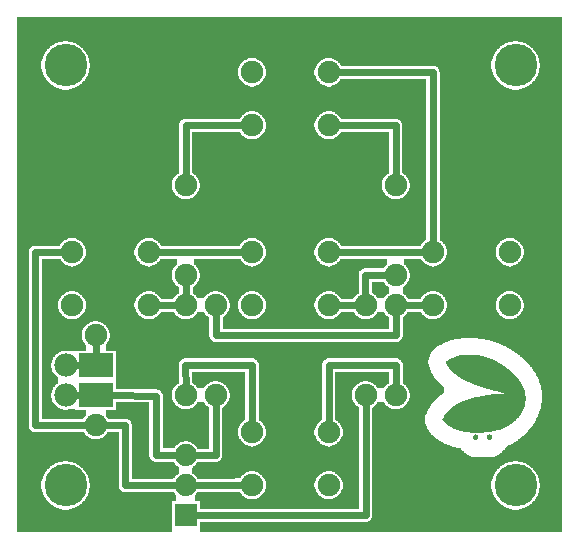
<source format=gbl>
G04 MADE WITH FRITZING*
G04 WWW.FRITZING.ORG*
G04 DOUBLE SIDED*
G04 HOLES PLATED*
G04 CONTOUR ON CENTER OF CONTOUR VECTOR*
%ASAXBY*%
%FSLAX23Y23*%
%MOIN*%
%OFA0B0*%
%SFA1.0B1.0*%
%ADD10C,0.075000*%
%ADD11C,0.141732*%
%ADD12C,0.078000*%
%ADD13C,0.074000*%
%ADD14R,0.118110X0.078740*%
%ADD15R,0.074000X0.074000*%
%ADD16C,0.024000*%
%ADD17R,0.001000X0.001000*%
%LNCOPPER0*%
G90*
G70*
G54D10*
X1507Y1615D03*
G54D11*
X1701Y198D03*
X201Y1598D03*
G54D12*
X201Y498D03*
X201Y598D03*
X201Y498D03*
X201Y598D03*
G54D10*
X1681Y798D03*
X1425Y798D03*
X1681Y975D03*
X1425Y975D03*
X1078Y198D03*
X822Y198D03*
X1078Y375D03*
X822Y375D03*
X478Y798D03*
X222Y798D03*
X478Y975D03*
X222Y975D03*
X1078Y1398D03*
X822Y1398D03*
X1078Y1575D03*
X822Y1575D03*
X1078Y798D03*
X822Y798D03*
X1078Y975D03*
X822Y975D03*
X1201Y498D03*
X1201Y798D03*
X601Y898D03*
X601Y1198D03*
X1301Y898D03*
X1301Y1198D03*
X701Y498D03*
X701Y798D03*
X1301Y498D03*
X1301Y798D03*
X601Y498D03*
X601Y798D03*
G54D13*
X601Y98D03*
X601Y198D03*
X601Y298D03*
G54D10*
X301Y398D03*
X301Y698D03*
G54D11*
X1701Y1598D03*
X201Y198D03*
G54D14*
X301Y498D03*
X301Y598D03*
G54D15*
X601Y98D03*
G54D16*
X1302Y698D02*
X702Y698D01*
D02*
X702Y698D02*
X701Y769D01*
D02*
X1301Y769D02*
X1302Y698D01*
D02*
X501Y497D02*
X354Y498D01*
D02*
X570Y298D02*
X501Y299D01*
D02*
X501Y299D02*
X501Y497D01*
D02*
X701Y298D02*
X701Y469D01*
D02*
X632Y298D02*
X701Y298D01*
D02*
X399Y398D02*
X329Y398D01*
D02*
X399Y198D02*
X399Y398D01*
D02*
X570Y198D02*
X399Y198D01*
D02*
X100Y398D02*
X272Y398D01*
D02*
X100Y975D02*
X100Y398D01*
D02*
X193Y975D02*
X100Y975D01*
D02*
X1396Y798D02*
X1329Y798D01*
D02*
X1172Y798D02*
X1106Y798D01*
D02*
X572Y798D02*
X506Y798D01*
D02*
X601Y827D02*
X601Y869D01*
D02*
X506Y975D02*
X793Y975D01*
D02*
X1106Y975D02*
X1396Y975D01*
D02*
X1425Y1004D02*
X1425Y1575D01*
D02*
X1425Y1575D02*
X1106Y1575D01*
D02*
X1201Y98D02*
X1201Y469D01*
D02*
X632Y98D02*
X1201Y98D01*
D02*
X600Y599D02*
X601Y527D01*
D02*
X822Y599D02*
X600Y599D01*
D02*
X822Y404D02*
X822Y599D01*
D02*
X793Y198D02*
X632Y198D01*
D02*
X1200Y899D02*
X1272Y898D01*
D02*
X1200Y827D02*
X1200Y899D01*
D02*
X601Y1398D02*
X601Y1227D01*
D02*
X793Y1398D02*
X601Y1398D01*
D02*
X1301Y1398D02*
X1301Y1227D01*
D02*
X1106Y1398D02*
X1301Y1398D01*
D02*
X1302Y599D02*
X1078Y599D01*
D02*
X1078Y599D02*
X1078Y404D01*
D02*
X1301Y527D02*
X1302Y599D01*
D02*
X231Y598D02*
X247Y598D01*
D02*
X231Y498D02*
X247Y498D01*
D02*
X301Y632D02*
X301Y669D01*
G36*
X1222Y877D02*
X1222Y839D01*
X1224Y839D01*
X1224Y837D01*
X1226Y837D01*
X1226Y835D01*
X1228Y835D01*
X1228Y833D01*
X1232Y833D01*
X1232Y831D01*
X1234Y831D01*
X1234Y829D01*
X1236Y829D01*
X1236Y825D01*
X1238Y825D01*
X1238Y823D01*
X1240Y823D01*
X1240Y821D01*
X1262Y821D01*
X1262Y825D01*
X1264Y825D01*
X1264Y827D01*
X1266Y827D01*
X1266Y829D01*
X1268Y829D01*
X1268Y831D01*
X1270Y831D01*
X1270Y833D01*
X1272Y833D01*
X1272Y835D01*
X1274Y835D01*
X1274Y837D01*
X1278Y837D01*
X1278Y859D01*
X1274Y859D01*
X1274Y861D01*
X1272Y861D01*
X1272Y863D01*
X1270Y863D01*
X1270Y865D01*
X1268Y865D01*
X1268Y867D01*
X1266Y867D01*
X1266Y869D01*
X1264Y869D01*
X1264Y871D01*
X1262Y871D01*
X1262Y875D01*
X1260Y875D01*
X1260Y877D01*
X1222Y877D01*
G37*
D02*
G36*
X370Y475D02*
X370Y449D01*
X334Y449D01*
X334Y429D01*
X336Y429D01*
X336Y425D01*
X338Y425D01*
X338Y423D01*
X340Y423D01*
X340Y421D01*
X342Y421D01*
X342Y419D01*
X408Y419D01*
X408Y417D01*
X412Y417D01*
X412Y415D01*
X414Y415D01*
X414Y413D01*
X416Y413D01*
X416Y411D01*
X418Y411D01*
X418Y407D01*
X420Y407D01*
X420Y401D01*
X422Y401D01*
X422Y219D01*
X560Y219D01*
X560Y221D01*
X562Y221D01*
X562Y223D01*
X564Y223D01*
X564Y227D01*
X566Y227D01*
X566Y229D01*
X568Y229D01*
X568Y231D01*
X570Y231D01*
X570Y233D01*
X574Y233D01*
X574Y235D01*
X576Y235D01*
X576Y237D01*
X578Y237D01*
X578Y259D01*
X574Y259D01*
X574Y261D01*
X572Y261D01*
X572Y263D01*
X570Y263D01*
X570Y265D01*
X568Y265D01*
X568Y267D01*
X566Y267D01*
X566Y269D01*
X564Y269D01*
X564Y271D01*
X562Y271D01*
X562Y275D01*
X560Y275D01*
X560Y277D01*
X496Y277D01*
X496Y279D01*
X490Y279D01*
X490Y281D01*
X488Y281D01*
X488Y283D01*
X486Y283D01*
X486Y285D01*
X484Y285D01*
X484Y287D01*
X482Y287D01*
X482Y291D01*
X480Y291D01*
X480Y475D01*
X370Y475D01*
G37*
D02*
G36*
X40Y1759D02*
X40Y1679D01*
X1710Y1679D01*
X1710Y1677D01*
X1720Y1677D01*
X1720Y1675D01*
X1726Y1675D01*
X1726Y1673D01*
X1732Y1673D01*
X1732Y1671D01*
X1736Y1671D01*
X1736Y1669D01*
X1740Y1669D01*
X1740Y1667D01*
X1742Y1667D01*
X1742Y1665D01*
X1746Y1665D01*
X1746Y1663D01*
X1748Y1663D01*
X1748Y1661D01*
X1750Y1661D01*
X1750Y1659D01*
X1752Y1659D01*
X1752Y1657D01*
X1756Y1657D01*
X1756Y1655D01*
X1758Y1655D01*
X1758Y1653D01*
X1760Y1653D01*
X1760Y1649D01*
X1762Y1649D01*
X1762Y1647D01*
X1764Y1647D01*
X1764Y1645D01*
X1766Y1645D01*
X1766Y1643D01*
X1768Y1643D01*
X1768Y1639D01*
X1770Y1639D01*
X1770Y1637D01*
X1772Y1637D01*
X1772Y1633D01*
X1774Y1633D01*
X1774Y1629D01*
X1776Y1629D01*
X1776Y1623D01*
X1778Y1623D01*
X1778Y1617D01*
X1780Y1617D01*
X1780Y1607D01*
X1782Y1607D01*
X1782Y1589D01*
X1780Y1589D01*
X1780Y1579D01*
X1778Y1579D01*
X1778Y1573D01*
X1776Y1573D01*
X1776Y1567D01*
X1774Y1567D01*
X1774Y1563D01*
X1772Y1563D01*
X1772Y1559D01*
X1770Y1559D01*
X1770Y1557D01*
X1768Y1557D01*
X1768Y1553D01*
X1766Y1553D01*
X1766Y1551D01*
X1764Y1551D01*
X1764Y1547D01*
X1762Y1547D01*
X1762Y1545D01*
X1760Y1545D01*
X1760Y1543D01*
X1758Y1543D01*
X1758Y1541D01*
X1756Y1541D01*
X1756Y1539D01*
X1754Y1539D01*
X1754Y1537D01*
X1752Y1537D01*
X1752Y1535D01*
X1748Y1535D01*
X1748Y1533D01*
X1746Y1533D01*
X1746Y1531D01*
X1744Y1531D01*
X1744Y1529D01*
X1740Y1529D01*
X1740Y1527D01*
X1736Y1527D01*
X1736Y1525D01*
X1732Y1525D01*
X1732Y1523D01*
X1728Y1523D01*
X1728Y1521D01*
X1722Y1521D01*
X1722Y1519D01*
X1712Y1519D01*
X1712Y1517D01*
X1856Y1517D01*
X1856Y1759D01*
X40Y1759D01*
G37*
D02*
G36*
X40Y1679D02*
X40Y1517D01*
X188Y1517D01*
X188Y1519D01*
X180Y1519D01*
X180Y1521D01*
X174Y1521D01*
X174Y1523D01*
X168Y1523D01*
X168Y1525D01*
X166Y1525D01*
X166Y1527D01*
X162Y1527D01*
X162Y1529D01*
X158Y1529D01*
X158Y1531D01*
X156Y1531D01*
X156Y1533D01*
X152Y1533D01*
X152Y1535D01*
X150Y1535D01*
X150Y1537D01*
X148Y1537D01*
X148Y1539D01*
X146Y1539D01*
X146Y1541D01*
X144Y1541D01*
X144Y1543D01*
X142Y1543D01*
X142Y1545D01*
X140Y1545D01*
X140Y1547D01*
X138Y1547D01*
X138Y1549D01*
X136Y1549D01*
X136Y1553D01*
X134Y1553D01*
X134Y1555D01*
X132Y1555D01*
X132Y1559D01*
X130Y1559D01*
X130Y1561D01*
X128Y1561D01*
X128Y1565D01*
X126Y1565D01*
X126Y1571D01*
X124Y1571D01*
X124Y1577D01*
X122Y1577D01*
X122Y1585D01*
X120Y1585D01*
X120Y1611D01*
X122Y1611D01*
X122Y1619D01*
X124Y1619D01*
X124Y1625D01*
X126Y1625D01*
X126Y1629D01*
X128Y1629D01*
X128Y1633D01*
X130Y1633D01*
X130Y1637D01*
X132Y1637D01*
X132Y1641D01*
X134Y1641D01*
X134Y1643D01*
X136Y1643D01*
X136Y1645D01*
X138Y1645D01*
X138Y1649D01*
X140Y1649D01*
X140Y1651D01*
X142Y1651D01*
X142Y1653D01*
X144Y1653D01*
X144Y1655D01*
X146Y1655D01*
X146Y1657D01*
X148Y1657D01*
X148Y1659D01*
X150Y1659D01*
X150Y1661D01*
X154Y1661D01*
X154Y1663D01*
X156Y1663D01*
X156Y1665D01*
X158Y1665D01*
X158Y1667D01*
X162Y1667D01*
X162Y1669D01*
X166Y1669D01*
X166Y1671D01*
X170Y1671D01*
X170Y1673D01*
X176Y1673D01*
X176Y1675D01*
X182Y1675D01*
X182Y1677D01*
X192Y1677D01*
X192Y1679D01*
X40Y1679D01*
G37*
D02*
G36*
X210Y1679D02*
X210Y1677D01*
X220Y1677D01*
X220Y1675D01*
X226Y1675D01*
X226Y1673D01*
X232Y1673D01*
X232Y1671D01*
X236Y1671D01*
X236Y1669D01*
X240Y1669D01*
X240Y1667D01*
X242Y1667D01*
X242Y1665D01*
X246Y1665D01*
X246Y1663D01*
X248Y1663D01*
X248Y1661D01*
X250Y1661D01*
X250Y1659D01*
X252Y1659D01*
X252Y1657D01*
X256Y1657D01*
X256Y1655D01*
X258Y1655D01*
X258Y1653D01*
X260Y1653D01*
X260Y1649D01*
X262Y1649D01*
X262Y1647D01*
X264Y1647D01*
X264Y1645D01*
X266Y1645D01*
X266Y1643D01*
X268Y1643D01*
X268Y1639D01*
X270Y1639D01*
X270Y1637D01*
X272Y1637D01*
X272Y1633D01*
X274Y1633D01*
X274Y1629D01*
X276Y1629D01*
X276Y1623D01*
X1084Y1623D01*
X1084Y1621D01*
X1090Y1621D01*
X1090Y1619D01*
X1096Y1619D01*
X1096Y1617D01*
X1100Y1617D01*
X1100Y1615D01*
X1102Y1615D01*
X1102Y1613D01*
X1104Y1613D01*
X1104Y1611D01*
X1108Y1611D01*
X1108Y1609D01*
X1110Y1609D01*
X1110Y1607D01*
X1112Y1607D01*
X1112Y1605D01*
X1114Y1605D01*
X1114Y1601D01*
X1116Y1601D01*
X1116Y1599D01*
X1118Y1599D01*
X1118Y1597D01*
X1432Y1597D01*
X1432Y1595D01*
X1436Y1595D01*
X1436Y1593D01*
X1438Y1593D01*
X1438Y1591D01*
X1442Y1591D01*
X1442Y1587D01*
X1444Y1587D01*
X1444Y1585D01*
X1446Y1585D01*
X1446Y1575D01*
X1448Y1575D01*
X1448Y1517D01*
X1688Y1517D01*
X1688Y1519D01*
X1680Y1519D01*
X1680Y1521D01*
X1674Y1521D01*
X1674Y1523D01*
X1668Y1523D01*
X1668Y1525D01*
X1666Y1525D01*
X1666Y1527D01*
X1662Y1527D01*
X1662Y1529D01*
X1658Y1529D01*
X1658Y1531D01*
X1656Y1531D01*
X1656Y1533D01*
X1652Y1533D01*
X1652Y1535D01*
X1650Y1535D01*
X1650Y1537D01*
X1648Y1537D01*
X1648Y1539D01*
X1646Y1539D01*
X1646Y1541D01*
X1644Y1541D01*
X1644Y1543D01*
X1642Y1543D01*
X1642Y1545D01*
X1640Y1545D01*
X1640Y1547D01*
X1638Y1547D01*
X1638Y1549D01*
X1636Y1549D01*
X1636Y1553D01*
X1634Y1553D01*
X1634Y1555D01*
X1632Y1555D01*
X1632Y1559D01*
X1630Y1559D01*
X1630Y1561D01*
X1628Y1561D01*
X1628Y1565D01*
X1626Y1565D01*
X1626Y1571D01*
X1624Y1571D01*
X1624Y1577D01*
X1622Y1577D01*
X1622Y1585D01*
X1620Y1585D01*
X1620Y1611D01*
X1622Y1611D01*
X1622Y1619D01*
X1624Y1619D01*
X1624Y1625D01*
X1626Y1625D01*
X1626Y1629D01*
X1628Y1629D01*
X1628Y1633D01*
X1630Y1633D01*
X1630Y1637D01*
X1632Y1637D01*
X1632Y1641D01*
X1634Y1641D01*
X1634Y1643D01*
X1636Y1643D01*
X1636Y1645D01*
X1638Y1645D01*
X1638Y1649D01*
X1640Y1649D01*
X1640Y1651D01*
X1642Y1651D01*
X1642Y1653D01*
X1644Y1653D01*
X1644Y1655D01*
X1646Y1655D01*
X1646Y1657D01*
X1648Y1657D01*
X1648Y1659D01*
X1650Y1659D01*
X1650Y1661D01*
X1654Y1661D01*
X1654Y1663D01*
X1656Y1663D01*
X1656Y1665D01*
X1658Y1665D01*
X1658Y1667D01*
X1662Y1667D01*
X1662Y1669D01*
X1666Y1669D01*
X1666Y1671D01*
X1670Y1671D01*
X1670Y1673D01*
X1676Y1673D01*
X1676Y1675D01*
X1682Y1675D01*
X1682Y1677D01*
X1692Y1677D01*
X1692Y1679D01*
X210Y1679D01*
G37*
D02*
G36*
X278Y1623D02*
X278Y1617D01*
X280Y1617D01*
X280Y1607D01*
X282Y1607D01*
X282Y1589D01*
X280Y1589D01*
X280Y1579D01*
X278Y1579D01*
X278Y1573D01*
X276Y1573D01*
X276Y1567D01*
X274Y1567D01*
X274Y1563D01*
X272Y1563D01*
X272Y1559D01*
X270Y1559D01*
X270Y1557D01*
X268Y1557D01*
X268Y1553D01*
X266Y1553D01*
X266Y1551D01*
X264Y1551D01*
X264Y1547D01*
X262Y1547D01*
X262Y1545D01*
X260Y1545D01*
X260Y1543D01*
X258Y1543D01*
X258Y1541D01*
X256Y1541D01*
X256Y1539D01*
X254Y1539D01*
X254Y1537D01*
X252Y1537D01*
X252Y1535D01*
X248Y1535D01*
X248Y1533D01*
X246Y1533D01*
X246Y1531D01*
X244Y1531D01*
X244Y1529D01*
X240Y1529D01*
X240Y1527D01*
X816Y1527D01*
X816Y1529D01*
X808Y1529D01*
X808Y1531D01*
X804Y1531D01*
X804Y1533D01*
X800Y1533D01*
X800Y1535D01*
X796Y1535D01*
X796Y1537D01*
X794Y1537D01*
X794Y1539D01*
X792Y1539D01*
X792Y1541D01*
X790Y1541D01*
X790Y1543D01*
X788Y1543D01*
X788Y1545D01*
X786Y1545D01*
X786Y1547D01*
X784Y1547D01*
X784Y1549D01*
X782Y1549D01*
X782Y1553D01*
X780Y1553D01*
X780Y1557D01*
X778Y1557D01*
X778Y1561D01*
X776Y1561D01*
X776Y1567D01*
X774Y1567D01*
X774Y1583D01*
X776Y1583D01*
X776Y1589D01*
X778Y1589D01*
X778Y1593D01*
X780Y1593D01*
X780Y1597D01*
X782Y1597D01*
X782Y1601D01*
X784Y1601D01*
X784Y1603D01*
X786Y1603D01*
X786Y1605D01*
X788Y1605D01*
X788Y1607D01*
X790Y1607D01*
X790Y1609D01*
X792Y1609D01*
X792Y1611D01*
X794Y1611D01*
X794Y1613D01*
X796Y1613D01*
X796Y1615D01*
X800Y1615D01*
X800Y1617D01*
X804Y1617D01*
X804Y1619D01*
X808Y1619D01*
X808Y1621D01*
X816Y1621D01*
X816Y1623D01*
X278Y1623D01*
G37*
D02*
G36*
X828Y1623D02*
X828Y1621D01*
X834Y1621D01*
X834Y1619D01*
X840Y1619D01*
X840Y1617D01*
X844Y1617D01*
X844Y1615D01*
X846Y1615D01*
X846Y1613D01*
X850Y1613D01*
X850Y1611D01*
X852Y1611D01*
X852Y1609D01*
X854Y1609D01*
X854Y1607D01*
X856Y1607D01*
X856Y1605D01*
X858Y1605D01*
X858Y1601D01*
X860Y1601D01*
X860Y1599D01*
X862Y1599D01*
X862Y1595D01*
X864Y1595D01*
X864Y1593D01*
X866Y1593D01*
X866Y1587D01*
X868Y1587D01*
X868Y1579D01*
X870Y1579D01*
X870Y1571D01*
X868Y1571D01*
X868Y1563D01*
X866Y1563D01*
X866Y1557D01*
X864Y1557D01*
X864Y1555D01*
X862Y1555D01*
X862Y1551D01*
X860Y1551D01*
X860Y1549D01*
X858Y1549D01*
X858Y1545D01*
X856Y1545D01*
X856Y1543D01*
X854Y1543D01*
X854Y1541D01*
X852Y1541D01*
X852Y1539D01*
X848Y1539D01*
X848Y1537D01*
X846Y1537D01*
X846Y1535D01*
X844Y1535D01*
X844Y1533D01*
X840Y1533D01*
X840Y1531D01*
X834Y1531D01*
X834Y1529D01*
X828Y1529D01*
X828Y1527D01*
X1072Y1527D01*
X1072Y1529D01*
X1064Y1529D01*
X1064Y1531D01*
X1060Y1531D01*
X1060Y1533D01*
X1056Y1533D01*
X1056Y1535D01*
X1052Y1535D01*
X1052Y1537D01*
X1050Y1537D01*
X1050Y1539D01*
X1048Y1539D01*
X1048Y1541D01*
X1046Y1541D01*
X1046Y1543D01*
X1044Y1543D01*
X1044Y1545D01*
X1042Y1545D01*
X1042Y1547D01*
X1040Y1547D01*
X1040Y1549D01*
X1038Y1549D01*
X1038Y1553D01*
X1036Y1553D01*
X1036Y1557D01*
X1034Y1557D01*
X1034Y1561D01*
X1032Y1561D01*
X1032Y1567D01*
X1030Y1567D01*
X1030Y1583D01*
X1032Y1583D01*
X1032Y1589D01*
X1034Y1589D01*
X1034Y1593D01*
X1036Y1593D01*
X1036Y1597D01*
X1038Y1597D01*
X1038Y1601D01*
X1040Y1601D01*
X1040Y1603D01*
X1042Y1603D01*
X1042Y1605D01*
X1044Y1605D01*
X1044Y1607D01*
X1046Y1607D01*
X1046Y1609D01*
X1048Y1609D01*
X1048Y1611D01*
X1050Y1611D01*
X1050Y1613D01*
X1052Y1613D01*
X1052Y1615D01*
X1056Y1615D01*
X1056Y1617D01*
X1060Y1617D01*
X1060Y1619D01*
X1064Y1619D01*
X1064Y1621D01*
X1072Y1621D01*
X1072Y1623D01*
X828Y1623D01*
G37*
D02*
G36*
X1118Y1553D02*
X1118Y1551D01*
X1116Y1551D01*
X1116Y1549D01*
X1114Y1549D01*
X1114Y1545D01*
X1112Y1545D01*
X1112Y1543D01*
X1110Y1543D01*
X1110Y1541D01*
X1108Y1541D01*
X1108Y1539D01*
X1104Y1539D01*
X1104Y1537D01*
X1102Y1537D01*
X1102Y1535D01*
X1098Y1535D01*
X1098Y1533D01*
X1096Y1533D01*
X1096Y1531D01*
X1090Y1531D01*
X1090Y1529D01*
X1084Y1529D01*
X1084Y1527D01*
X1402Y1527D01*
X1402Y1553D01*
X1118Y1553D01*
G37*
D02*
G36*
X236Y1527D02*
X236Y1525D01*
X1402Y1525D01*
X1402Y1527D01*
X236Y1527D01*
G37*
D02*
G36*
X236Y1527D02*
X236Y1525D01*
X1402Y1525D01*
X1402Y1527D01*
X236Y1527D01*
G37*
D02*
G36*
X236Y1527D02*
X236Y1525D01*
X1402Y1525D01*
X1402Y1527D01*
X236Y1527D01*
G37*
D02*
G36*
X232Y1525D02*
X232Y1523D01*
X228Y1523D01*
X228Y1521D01*
X222Y1521D01*
X222Y1519D01*
X212Y1519D01*
X212Y1517D01*
X1402Y1517D01*
X1402Y1525D01*
X232Y1525D01*
G37*
D02*
G36*
X40Y1517D02*
X40Y1515D01*
X1402Y1515D01*
X1402Y1517D01*
X40Y1517D01*
G37*
D02*
G36*
X40Y1517D02*
X40Y1515D01*
X1402Y1515D01*
X1402Y1517D01*
X40Y1517D01*
G37*
D02*
G36*
X1448Y1517D02*
X1448Y1515D01*
X1856Y1515D01*
X1856Y1517D01*
X1448Y1517D01*
G37*
D02*
G36*
X1448Y1517D02*
X1448Y1515D01*
X1856Y1515D01*
X1856Y1517D01*
X1448Y1517D01*
G37*
D02*
G36*
X40Y1515D02*
X40Y1445D01*
X1088Y1445D01*
X1088Y1443D01*
X1092Y1443D01*
X1092Y1441D01*
X1098Y1441D01*
X1098Y1439D01*
X1100Y1439D01*
X1100Y1437D01*
X1104Y1437D01*
X1104Y1435D01*
X1106Y1435D01*
X1106Y1433D01*
X1108Y1433D01*
X1108Y1431D01*
X1110Y1431D01*
X1110Y1429D01*
X1112Y1429D01*
X1112Y1427D01*
X1114Y1427D01*
X1114Y1425D01*
X1116Y1425D01*
X1116Y1421D01*
X1118Y1421D01*
X1118Y1419D01*
X1310Y1419D01*
X1310Y1417D01*
X1314Y1417D01*
X1314Y1415D01*
X1316Y1415D01*
X1316Y1413D01*
X1318Y1413D01*
X1318Y1409D01*
X1320Y1409D01*
X1320Y1407D01*
X1322Y1407D01*
X1322Y1239D01*
X1324Y1239D01*
X1324Y1237D01*
X1326Y1237D01*
X1326Y1235D01*
X1328Y1235D01*
X1328Y1233D01*
X1332Y1233D01*
X1332Y1231D01*
X1334Y1231D01*
X1334Y1229D01*
X1336Y1229D01*
X1336Y1225D01*
X1338Y1225D01*
X1338Y1223D01*
X1340Y1223D01*
X1340Y1221D01*
X1342Y1221D01*
X1342Y1217D01*
X1344Y1217D01*
X1344Y1213D01*
X1346Y1213D01*
X1346Y1207D01*
X1348Y1207D01*
X1348Y1189D01*
X1346Y1189D01*
X1346Y1183D01*
X1344Y1183D01*
X1344Y1179D01*
X1342Y1179D01*
X1342Y1175D01*
X1340Y1175D01*
X1340Y1173D01*
X1338Y1173D01*
X1338Y1169D01*
X1336Y1169D01*
X1336Y1167D01*
X1334Y1167D01*
X1334Y1165D01*
X1332Y1165D01*
X1332Y1163D01*
X1330Y1163D01*
X1330Y1161D01*
X1328Y1161D01*
X1328Y1159D01*
X1324Y1159D01*
X1324Y1157D01*
X1320Y1157D01*
X1320Y1155D01*
X1316Y1155D01*
X1316Y1153D01*
X1312Y1153D01*
X1312Y1151D01*
X1402Y1151D01*
X1402Y1515D01*
X40Y1515D01*
G37*
D02*
G36*
X1448Y1515D02*
X1448Y1023D01*
X1688Y1023D01*
X1688Y1021D01*
X1694Y1021D01*
X1694Y1019D01*
X1700Y1019D01*
X1700Y1017D01*
X1702Y1017D01*
X1702Y1015D01*
X1706Y1015D01*
X1706Y1013D01*
X1708Y1013D01*
X1708Y1011D01*
X1710Y1011D01*
X1710Y1009D01*
X1714Y1009D01*
X1714Y1005D01*
X1716Y1005D01*
X1716Y1003D01*
X1718Y1003D01*
X1718Y1001D01*
X1720Y1001D01*
X1720Y999D01*
X1722Y999D01*
X1722Y995D01*
X1724Y995D01*
X1724Y991D01*
X1726Y991D01*
X1726Y985D01*
X1728Y985D01*
X1728Y965D01*
X1726Y965D01*
X1726Y959D01*
X1724Y959D01*
X1724Y955D01*
X1722Y955D01*
X1722Y953D01*
X1720Y953D01*
X1720Y949D01*
X1718Y949D01*
X1718Y947D01*
X1716Y947D01*
X1716Y945D01*
X1714Y945D01*
X1714Y943D01*
X1712Y943D01*
X1712Y941D01*
X1710Y941D01*
X1710Y939D01*
X1708Y939D01*
X1708Y937D01*
X1706Y937D01*
X1706Y935D01*
X1702Y935D01*
X1702Y933D01*
X1698Y933D01*
X1698Y931D01*
X1692Y931D01*
X1692Y929D01*
X1684Y929D01*
X1684Y927D01*
X1856Y927D01*
X1856Y1515D01*
X1448Y1515D01*
G37*
D02*
G36*
X40Y1445D02*
X40Y1151D01*
X590Y1151D01*
X590Y1153D01*
X584Y1153D01*
X584Y1155D01*
X580Y1155D01*
X580Y1157D01*
X578Y1157D01*
X578Y1159D01*
X574Y1159D01*
X574Y1161D01*
X572Y1161D01*
X572Y1163D01*
X570Y1163D01*
X570Y1165D01*
X568Y1165D01*
X568Y1167D01*
X566Y1167D01*
X566Y1169D01*
X564Y1169D01*
X564Y1171D01*
X562Y1171D01*
X562Y1175D01*
X560Y1175D01*
X560Y1177D01*
X558Y1177D01*
X558Y1181D01*
X556Y1181D01*
X556Y1187D01*
X554Y1187D01*
X554Y1209D01*
X556Y1209D01*
X556Y1215D01*
X558Y1215D01*
X558Y1219D01*
X560Y1219D01*
X560Y1221D01*
X562Y1221D01*
X562Y1225D01*
X564Y1225D01*
X564Y1227D01*
X566Y1227D01*
X566Y1229D01*
X568Y1229D01*
X568Y1231D01*
X570Y1231D01*
X570Y1233D01*
X572Y1233D01*
X572Y1235D01*
X574Y1235D01*
X574Y1237D01*
X578Y1237D01*
X578Y1401D01*
X580Y1401D01*
X580Y1407D01*
X582Y1407D01*
X582Y1411D01*
X584Y1411D01*
X584Y1413D01*
X586Y1413D01*
X586Y1415D01*
X588Y1415D01*
X588Y1417D01*
X592Y1417D01*
X592Y1419D01*
X782Y1419D01*
X782Y1423D01*
X784Y1423D01*
X784Y1425D01*
X786Y1425D01*
X786Y1427D01*
X788Y1427D01*
X788Y1431D01*
X792Y1431D01*
X792Y1433D01*
X794Y1433D01*
X794Y1435D01*
X796Y1435D01*
X796Y1437D01*
X798Y1437D01*
X798Y1439D01*
X802Y1439D01*
X802Y1441D01*
X806Y1441D01*
X806Y1443D01*
X812Y1443D01*
X812Y1445D01*
X40Y1445D01*
G37*
D02*
G36*
X832Y1445D02*
X832Y1443D01*
X836Y1443D01*
X836Y1441D01*
X842Y1441D01*
X842Y1439D01*
X844Y1439D01*
X844Y1437D01*
X848Y1437D01*
X848Y1435D01*
X850Y1435D01*
X850Y1433D01*
X852Y1433D01*
X852Y1431D01*
X854Y1431D01*
X854Y1429D01*
X856Y1429D01*
X856Y1427D01*
X858Y1427D01*
X858Y1425D01*
X860Y1425D01*
X860Y1423D01*
X862Y1423D01*
X862Y1419D01*
X864Y1419D01*
X864Y1415D01*
X866Y1415D01*
X866Y1409D01*
X868Y1409D01*
X868Y1401D01*
X870Y1401D01*
X870Y1395D01*
X868Y1395D01*
X868Y1385D01*
X866Y1385D01*
X866Y1381D01*
X864Y1381D01*
X864Y1377D01*
X862Y1377D01*
X862Y1373D01*
X860Y1373D01*
X860Y1371D01*
X858Y1371D01*
X858Y1369D01*
X856Y1369D01*
X856Y1367D01*
X854Y1367D01*
X854Y1365D01*
X852Y1365D01*
X852Y1363D01*
X850Y1363D01*
X850Y1361D01*
X848Y1361D01*
X848Y1359D01*
X846Y1359D01*
X846Y1357D01*
X842Y1357D01*
X842Y1355D01*
X838Y1355D01*
X838Y1353D01*
X832Y1353D01*
X832Y1351D01*
X1068Y1351D01*
X1068Y1353D01*
X1062Y1353D01*
X1062Y1355D01*
X1058Y1355D01*
X1058Y1357D01*
X1054Y1357D01*
X1054Y1359D01*
X1052Y1359D01*
X1052Y1361D01*
X1048Y1361D01*
X1048Y1363D01*
X1046Y1363D01*
X1046Y1365D01*
X1044Y1365D01*
X1044Y1367D01*
X1042Y1367D01*
X1042Y1371D01*
X1040Y1371D01*
X1040Y1373D01*
X1038Y1373D01*
X1038Y1375D01*
X1036Y1375D01*
X1036Y1379D01*
X1034Y1379D01*
X1034Y1383D01*
X1032Y1383D01*
X1032Y1391D01*
X1030Y1391D01*
X1030Y1405D01*
X1032Y1405D01*
X1032Y1411D01*
X1034Y1411D01*
X1034Y1417D01*
X1036Y1417D01*
X1036Y1419D01*
X1038Y1419D01*
X1038Y1423D01*
X1040Y1423D01*
X1040Y1425D01*
X1042Y1425D01*
X1042Y1427D01*
X1044Y1427D01*
X1044Y1431D01*
X1046Y1431D01*
X1046Y1433D01*
X1050Y1433D01*
X1050Y1435D01*
X1052Y1435D01*
X1052Y1437D01*
X1054Y1437D01*
X1054Y1439D01*
X1058Y1439D01*
X1058Y1441D01*
X1062Y1441D01*
X1062Y1443D01*
X1068Y1443D01*
X1068Y1445D01*
X832Y1445D01*
G37*
D02*
G36*
X622Y1375D02*
X622Y1351D01*
X812Y1351D01*
X812Y1353D01*
X806Y1353D01*
X806Y1355D01*
X802Y1355D01*
X802Y1357D01*
X798Y1357D01*
X798Y1359D01*
X796Y1359D01*
X796Y1361D01*
X794Y1361D01*
X794Y1363D01*
X790Y1363D01*
X790Y1365D01*
X788Y1365D01*
X788Y1367D01*
X786Y1367D01*
X786Y1371D01*
X784Y1371D01*
X784Y1373D01*
X782Y1373D01*
X782Y1375D01*
X622Y1375D01*
G37*
D02*
G36*
X1118Y1375D02*
X1118Y1373D01*
X1116Y1373D01*
X1116Y1371D01*
X1114Y1371D01*
X1114Y1369D01*
X1112Y1369D01*
X1112Y1367D01*
X1110Y1367D01*
X1110Y1365D01*
X1108Y1365D01*
X1108Y1363D01*
X1106Y1363D01*
X1106Y1361D01*
X1104Y1361D01*
X1104Y1359D01*
X1100Y1359D01*
X1100Y1357D01*
X1098Y1357D01*
X1098Y1355D01*
X1094Y1355D01*
X1094Y1353D01*
X1088Y1353D01*
X1088Y1351D01*
X1278Y1351D01*
X1278Y1375D01*
X1118Y1375D01*
G37*
D02*
G36*
X622Y1351D02*
X622Y1349D01*
X1278Y1349D01*
X1278Y1351D01*
X622Y1351D01*
G37*
D02*
G36*
X622Y1351D02*
X622Y1349D01*
X1278Y1349D01*
X1278Y1351D01*
X622Y1351D01*
G37*
D02*
G36*
X622Y1351D02*
X622Y1349D01*
X1278Y1349D01*
X1278Y1351D01*
X622Y1351D01*
G37*
D02*
G36*
X622Y1349D02*
X622Y1239D01*
X624Y1239D01*
X624Y1237D01*
X626Y1237D01*
X626Y1235D01*
X628Y1235D01*
X628Y1233D01*
X632Y1233D01*
X632Y1231D01*
X634Y1231D01*
X634Y1229D01*
X636Y1229D01*
X636Y1225D01*
X638Y1225D01*
X638Y1223D01*
X640Y1223D01*
X640Y1221D01*
X642Y1221D01*
X642Y1217D01*
X644Y1217D01*
X644Y1213D01*
X646Y1213D01*
X646Y1207D01*
X648Y1207D01*
X648Y1189D01*
X646Y1189D01*
X646Y1183D01*
X644Y1183D01*
X644Y1179D01*
X642Y1179D01*
X642Y1175D01*
X640Y1175D01*
X640Y1173D01*
X638Y1173D01*
X638Y1169D01*
X636Y1169D01*
X636Y1167D01*
X634Y1167D01*
X634Y1165D01*
X632Y1165D01*
X632Y1163D01*
X630Y1163D01*
X630Y1161D01*
X628Y1161D01*
X628Y1159D01*
X624Y1159D01*
X624Y1157D01*
X620Y1157D01*
X620Y1155D01*
X616Y1155D01*
X616Y1153D01*
X612Y1153D01*
X612Y1151D01*
X1290Y1151D01*
X1290Y1153D01*
X1284Y1153D01*
X1284Y1155D01*
X1280Y1155D01*
X1280Y1157D01*
X1278Y1157D01*
X1278Y1159D01*
X1274Y1159D01*
X1274Y1161D01*
X1272Y1161D01*
X1272Y1163D01*
X1270Y1163D01*
X1270Y1165D01*
X1268Y1165D01*
X1268Y1167D01*
X1266Y1167D01*
X1266Y1169D01*
X1264Y1169D01*
X1264Y1171D01*
X1262Y1171D01*
X1262Y1175D01*
X1260Y1175D01*
X1260Y1177D01*
X1258Y1177D01*
X1258Y1181D01*
X1256Y1181D01*
X1256Y1187D01*
X1254Y1187D01*
X1254Y1209D01*
X1256Y1209D01*
X1256Y1215D01*
X1258Y1215D01*
X1258Y1219D01*
X1260Y1219D01*
X1260Y1221D01*
X1262Y1221D01*
X1262Y1225D01*
X1264Y1225D01*
X1264Y1227D01*
X1266Y1227D01*
X1266Y1229D01*
X1268Y1229D01*
X1268Y1231D01*
X1270Y1231D01*
X1270Y1233D01*
X1272Y1233D01*
X1272Y1235D01*
X1274Y1235D01*
X1274Y1237D01*
X1278Y1237D01*
X1278Y1349D01*
X622Y1349D01*
G37*
D02*
G36*
X40Y1151D02*
X40Y1149D01*
X1402Y1149D01*
X1402Y1151D01*
X40Y1151D01*
G37*
D02*
G36*
X40Y1151D02*
X40Y1149D01*
X1402Y1149D01*
X1402Y1151D01*
X40Y1151D01*
G37*
D02*
G36*
X40Y1151D02*
X40Y1149D01*
X1402Y1149D01*
X1402Y1151D01*
X40Y1151D01*
G37*
D02*
G36*
X40Y1149D02*
X40Y1023D01*
X1084Y1023D01*
X1084Y1021D01*
X1092Y1021D01*
X1092Y1019D01*
X1096Y1019D01*
X1096Y1017D01*
X1100Y1017D01*
X1100Y1015D01*
X1102Y1015D01*
X1102Y1013D01*
X1106Y1013D01*
X1106Y1011D01*
X1108Y1011D01*
X1108Y1009D01*
X1110Y1009D01*
X1110Y1007D01*
X1112Y1007D01*
X1112Y1005D01*
X1114Y1005D01*
X1114Y1003D01*
X1116Y1003D01*
X1116Y999D01*
X1118Y999D01*
X1118Y997D01*
X1384Y997D01*
X1384Y999D01*
X1386Y999D01*
X1386Y1001D01*
X1388Y1001D01*
X1388Y1003D01*
X1390Y1003D01*
X1390Y1007D01*
X1392Y1007D01*
X1392Y1009D01*
X1396Y1009D01*
X1396Y1011D01*
X1398Y1011D01*
X1398Y1013D01*
X1400Y1013D01*
X1400Y1015D01*
X1402Y1015D01*
X1402Y1149D01*
X40Y1149D01*
G37*
D02*
G36*
X40Y1023D02*
X40Y351D01*
X290Y351D01*
X290Y353D01*
X284Y353D01*
X284Y355D01*
X280Y355D01*
X280Y357D01*
X278Y357D01*
X278Y359D01*
X274Y359D01*
X274Y361D01*
X272Y361D01*
X272Y363D01*
X270Y363D01*
X270Y365D01*
X268Y365D01*
X268Y367D01*
X266Y367D01*
X266Y369D01*
X264Y369D01*
X264Y371D01*
X262Y371D01*
X262Y375D01*
X98Y375D01*
X98Y377D01*
X90Y377D01*
X90Y379D01*
X86Y379D01*
X86Y381D01*
X84Y381D01*
X84Y383D01*
X82Y383D01*
X82Y387D01*
X80Y387D01*
X80Y389D01*
X78Y389D01*
X78Y983D01*
X80Y983D01*
X80Y987D01*
X82Y987D01*
X82Y989D01*
X84Y989D01*
X84Y991D01*
X86Y991D01*
X86Y993D01*
X88Y993D01*
X88Y995D01*
X92Y995D01*
X92Y997D01*
X182Y997D01*
X182Y1001D01*
X184Y1001D01*
X184Y1003D01*
X186Y1003D01*
X186Y1005D01*
X188Y1005D01*
X188Y1007D01*
X190Y1007D01*
X190Y1009D01*
X192Y1009D01*
X192Y1011D01*
X194Y1011D01*
X194Y1013D01*
X196Y1013D01*
X196Y1015D01*
X200Y1015D01*
X200Y1017D01*
X204Y1017D01*
X204Y1019D01*
X208Y1019D01*
X208Y1021D01*
X214Y1021D01*
X214Y1023D01*
X40Y1023D01*
G37*
D02*
G36*
X228Y1023D02*
X228Y1021D01*
X236Y1021D01*
X236Y1019D01*
X240Y1019D01*
X240Y1017D01*
X244Y1017D01*
X244Y1015D01*
X246Y1015D01*
X246Y1013D01*
X250Y1013D01*
X250Y1011D01*
X252Y1011D01*
X252Y1009D01*
X254Y1009D01*
X254Y1007D01*
X256Y1007D01*
X256Y1005D01*
X258Y1005D01*
X258Y1003D01*
X260Y1003D01*
X260Y999D01*
X262Y999D01*
X262Y997D01*
X264Y997D01*
X264Y993D01*
X266Y993D01*
X266Y987D01*
X268Y987D01*
X268Y979D01*
X270Y979D01*
X270Y971D01*
X268Y971D01*
X268Y963D01*
X266Y963D01*
X266Y957D01*
X264Y957D01*
X264Y955D01*
X262Y955D01*
X262Y951D01*
X260Y951D01*
X260Y949D01*
X258Y949D01*
X258Y945D01*
X256Y945D01*
X256Y943D01*
X254Y943D01*
X254Y941D01*
X252Y941D01*
X252Y939D01*
X248Y939D01*
X248Y937D01*
X246Y937D01*
X246Y935D01*
X242Y935D01*
X242Y933D01*
X240Y933D01*
X240Y931D01*
X234Y931D01*
X234Y929D01*
X226Y929D01*
X226Y927D01*
X474Y927D01*
X474Y929D01*
X466Y929D01*
X466Y931D01*
X460Y931D01*
X460Y933D01*
X456Y933D01*
X456Y935D01*
X454Y935D01*
X454Y937D01*
X450Y937D01*
X450Y939D01*
X448Y939D01*
X448Y941D01*
X446Y941D01*
X446Y943D01*
X444Y943D01*
X444Y945D01*
X442Y945D01*
X442Y947D01*
X440Y947D01*
X440Y949D01*
X438Y949D01*
X438Y953D01*
X436Y953D01*
X436Y957D01*
X434Y957D01*
X434Y961D01*
X432Y961D01*
X432Y967D01*
X430Y967D01*
X430Y983D01*
X432Y983D01*
X432Y989D01*
X434Y989D01*
X434Y993D01*
X436Y993D01*
X436Y997D01*
X438Y997D01*
X438Y1001D01*
X440Y1001D01*
X440Y1003D01*
X442Y1003D01*
X442Y1005D01*
X444Y1005D01*
X444Y1007D01*
X446Y1007D01*
X446Y1009D01*
X448Y1009D01*
X448Y1011D01*
X450Y1011D01*
X450Y1013D01*
X452Y1013D01*
X452Y1015D01*
X456Y1015D01*
X456Y1017D01*
X460Y1017D01*
X460Y1019D01*
X464Y1019D01*
X464Y1021D01*
X470Y1021D01*
X470Y1023D01*
X228Y1023D01*
G37*
D02*
G36*
X484Y1023D02*
X484Y1021D01*
X492Y1021D01*
X492Y1019D01*
X496Y1019D01*
X496Y1017D01*
X500Y1017D01*
X500Y1015D01*
X502Y1015D01*
X502Y1013D01*
X506Y1013D01*
X506Y1011D01*
X508Y1011D01*
X508Y1009D01*
X510Y1009D01*
X510Y1007D01*
X512Y1007D01*
X512Y1005D01*
X514Y1005D01*
X514Y1003D01*
X516Y1003D01*
X516Y999D01*
X518Y999D01*
X518Y997D01*
X782Y997D01*
X782Y1001D01*
X784Y1001D01*
X784Y1003D01*
X786Y1003D01*
X786Y1005D01*
X788Y1005D01*
X788Y1007D01*
X790Y1007D01*
X790Y1009D01*
X792Y1009D01*
X792Y1011D01*
X794Y1011D01*
X794Y1013D01*
X796Y1013D01*
X796Y1015D01*
X800Y1015D01*
X800Y1017D01*
X804Y1017D01*
X804Y1019D01*
X808Y1019D01*
X808Y1021D01*
X814Y1021D01*
X814Y1023D01*
X484Y1023D01*
G37*
D02*
G36*
X828Y1023D02*
X828Y1021D01*
X836Y1021D01*
X836Y1019D01*
X840Y1019D01*
X840Y1017D01*
X844Y1017D01*
X844Y1015D01*
X846Y1015D01*
X846Y1013D01*
X850Y1013D01*
X850Y1011D01*
X852Y1011D01*
X852Y1009D01*
X854Y1009D01*
X854Y1007D01*
X856Y1007D01*
X856Y1005D01*
X858Y1005D01*
X858Y1003D01*
X860Y1003D01*
X860Y999D01*
X862Y999D01*
X862Y997D01*
X864Y997D01*
X864Y993D01*
X866Y993D01*
X866Y987D01*
X868Y987D01*
X868Y979D01*
X870Y979D01*
X870Y971D01*
X868Y971D01*
X868Y963D01*
X866Y963D01*
X866Y957D01*
X864Y957D01*
X864Y955D01*
X862Y955D01*
X862Y951D01*
X860Y951D01*
X860Y949D01*
X858Y949D01*
X858Y945D01*
X856Y945D01*
X856Y943D01*
X854Y943D01*
X854Y941D01*
X852Y941D01*
X852Y939D01*
X848Y939D01*
X848Y937D01*
X846Y937D01*
X846Y935D01*
X842Y935D01*
X842Y933D01*
X840Y933D01*
X840Y931D01*
X834Y931D01*
X834Y929D01*
X826Y929D01*
X826Y927D01*
X1074Y927D01*
X1074Y929D01*
X1066Y929D01*
X1066Y931D01*
X1060Y931D01*
X1060Y933D01*
X1056Y933D01*
X1056Y935D01*
X1054Y935D01*
X1054Y937D01*
X1050Y937D01*
X1050Y939D01*
X1048Y939D01*
X1048Y941D01*
X1046Y941D01*
X1046Y943D01*
X1044Y943D01*
X1044Y945D01*
X1042Y945D01*
X1042Y947D01*
X1040Y947D01*
X1040Y949D01*
X1038Y949D01*
X1038Y953D01*
X1036Y953D01*
X1036Y957D01*
X1034Y957D01*
X1034Y961D01*
X1032Y961D01*
X1032Y967D01*
X1030Y967D01*
X1030Y983D01*
X1032Y983D01*
X1032Y989D01*
X1034Y989D01*
X1034Y993D01*
X1036Y993D01*
X1036Y997D01*
X1038Y997D01*
X1038Y1001D01*
X1040Y1001D01*
X1040Y1003D01*
X1042Y1003D01*
X1042Y1005D01*
X1044Y1005D01*
X1044Y1007D01*
X1046Y1007D01*
X1046Y1009D01*
X1048Y1009D01*
X1048Y1011D01*
X1050Y1011D01*
X1050Y1013D01*
X1052Y1013D01*
X1052Y1015D01*
X1056Y1015D01*
X1056Y1017D01*
X1060Y1017D01*
X1060Y1019D01*
X1064Y1019D01*
X1064Y1021D01*
X1070Y1021D01*
X1070Y1023D01*
X828Y1023D01*
G37*
D02*
G36*
X1448Y1023D02*
X1448Y1015D01*
X1450Y1015D01*
X1450Y1013D01*
X1452Y1013D01*
X1452Y1011D01*
X1454Y1011D01*
X1454Y1009D01*
X1458Y1009D01*
X1458Y1007D01*
X1460Y1007D01*
X1460Y1003D01*
X1462Y1003D01*
X1462Y1001D01*
X1464Y1001D01*
X1464Y999D01*
X1466Y999D01*
X1466Y995D01*
X1468Y995D01*
X1468Y991D01*
X1470Y991D01*
X1470Y985D01*
X1472Y985D01*
X1472Y965D01*
X1470Y965D01*
X1470Y959D01*
X1468Y959D01*
X1468Y955D01*
X1466Y955D01*
X1466Y953D01*
X1464Y953D01*
X1464Y949D01*
X1462Y949D01*
X1462Y947D01*
X1460Y947D01*
X1460Y945D01*
X1458Y945D01*
X1458Y943D01*
X1456Y943D01*
X1456Y941D01*
X1454Y941D01*
X1454Y939D01*
X1452Y939D01*
X1452Y937D01*
X1450Y937D01*
X1450Y935D01*
X1446Y935D01*
X1446Y933D01*
X1442Y933D01*
X1442Y931D01*
X1438Y931D01*
X1438Y929D01*
X1428Y929D01*
X1428Y927D01*
X1678Y927D01*
X1678Y929D01*
X1668Y929D01*
X1668Y931D01*
X1664Y931D01*
X1664Y933D01*
X1660Y933D01*
X1660Y935D01*
X1656Y935D01*
X1656Y937D01*
X1654Y937D01*
X1654Y939D01*
X1652Y939D01*
X1652Y941D01*
X1650Y941D01*
X1650Y943D01*
X1648Y943D01*
X1648Y945D01*
X1646Y945D01*
X1646Y947D01*
X1644Y947D01*
X1644Y949D01*
X1642Y949D01*
X1642Y953D01*
X1640Y953D01*
X1640Y955D01*
X1638Y955D01*
X1638Y959D01*
X1636Y959D01*
X1636Y965D01*
X1634Y965D01*
X1634Y985D01*
X1636Y985D01*
X1636Y991D01*
X1638Y991D01*
X1638Y995D01*
X1640Y995D01*
X1640Y999D01*
X1642Y999D01*
X1642Y1001D01*
X1644Y1001D01*
X1644Y1003D01*
X1646Y1003D01*
X1646Y1007D01*
X1648Y1007D01*
X1648Y1009D01*
X1650Y1009D01*
X1650Y1011D01*
X1654Y1011D01*
X1654Y1013D01*
X1656Y1013D01*
X1656Y1015D01*
X1660Y1015D01*
X1660Y1017D01*
X1662Y1017D01*
X1662Y1019D01*
X1668Y1019D01*
X1668Y1021D01*
X1674Y1021D01*
X1674Y1023D01*
X1448Y1023D01*
G37*
D02*
G36*
X122Y953D02*
X122Y927D01*
X218Y927D01*
X218Y929D01*
X210Y929D01*
X210Y931D01*
X204Y931D01*
X204Y933D01*
X200Y933D01*
X200Y935D01*
X198Y935D01*
X198Y937D01*
X194Y937D01*
X194Y939D01*
X192Y939D01*
X192Y941D01*
X190Y941D01*
X190Y943D01*
X188Y943D01*
X188Y945D01*
X186Y945D01*
X186Y947D01*
X184Y947D01*
X184Y951D01*
X182Y951D01*
X182Y953D01*
X122Y953D01*
G37*
D02*
G36*
X518Y953D02*
X518Y951D01*
X516Y951D01*
X516Y949D01*
X514Y949D01*
X514Y947D01*
X512Y947D01*
X512Y943D01*
X510Y943D01*
X510Y941D01*
X506Y941D01*
X506Y939D01*
X504Y939D01*
X504Y937D01*
X502Y937D01*
X502Y935D01*
X498Y935D01*
X498Y933D01*
X496Y933D01*
X496Y931D01*
X490Y931D01*
X490Y929D01*
X482Y929D01*
X482Y927D01*
X566Y927D01*
X566Y929D01*
X568Y929D01*
X568Y931D01*
X570Y931D01*
X570Y933D01*
X572Y933D01*
X572Y953D01*
X518Y953D01*
G37*
D02*
G36*
X628Y953D02*
X628Y933D01*
X632Y933D01*
X632Y931D01*
X634Y931D01*
X634Y929D01*
X636Y929D01*
X636Y927D01*
X818Y927D01*
X818Y929D01*
X810Y929D01*
X810Y931D01*
X804Y931D01*
X804Y933D01*
X800Y933D01*
X800Y935D01*
X798Y935D01*
X798Y937D01*
X794Y937D01*
X794Y939D01*
X792Y939D01*
X792Y941D01*
X790Y941D01*
X790Y943D01*
X788Y943D01*
X788Y945D01*
X786Y945D01*
X786Y947D01*
X784Y947D01*
X784Y951D01*
X782Y951D01*
X782Y953D01*
X628Y953D01*
G37*
D02*
G36*
X1118Y953D02*
X1118Y951D01*
X1116Y951D01*
X1116Y949D01*
X1114Y949D01*
X1114Y947D01*
X1112Y947D01*
X1112Y943D01*
X1110Y943D01*
X1110Y941D01*
X1106Y941D01*
X1106Y939D01*
X1104Y939D01*
X1104Y937D01*
X1102Y937D01*
X1102Y935D01*
X1098Y935D01*
X1098Y933D01*
X1096Y933D01*
X1096Y931D01*
X1090Y931D01*
X1090Y929D01*
X1082Y929D01*
X1082Y927D01*
X1266Y927D01*
X1266Y929D01*
X1268Y929D01*
X1268Y931D01*
X1270Y931D01*
X1270Y933D01*
X1272Y933D01*
X1272Y953D01*
X1118Y953D01*
G37*
D02*
G36*
X1328Y953D02*
X1328Y933D01*
X1332Y933D01*
X1332Y931D01*
X1334Y931D01*
X1334Y929D01*
X1336Y929D01*
X1336Y927D01*
X1422Y927D01*
X1422Y929D01*
X1412Y929D01*
X1412Y931D01*
X1408Y931D01*
X1408Y933D01*
X1404Y933D01*
X1404Y935D01*
X1400Y935D01*
X1400Y937D01*
X1398Y937D01*
X1398Y939D01*
X1396Y939D01*
X1396Y941D01*
X1394Y941D01*
X1394Y943D01*
X1392Y943D01*
X1392Y945D01*
X1390Y945D01*
X1390Y947D01*
X1388Y947D01*
X1388Y949D01*
X1386Y949D01*
X1386Y953D01*
X1328Y953D01*
G37*
D02*
G36*
X122Y927D02*
X122Y925D01*
X564Y925D01*
X564Y927D01*
X122Y927D01*
G37*
D02*
G36*
X122Y927D02*
X122Y925D01*
X564Y925D01*
X564Y927D01*
X122Y927D01*
G37*
D02*
G36*
X122Y927D02*
X122Y925D01*
X564Y925D01*
X564Y927D01*
X122Y927D01*
G37*
D02*
G36*
X636Y927D02*
X636Y925D01*
X1264Y925D01*
X1264Y927D01*
X636Y927D01*
G37*
D02*
G36*
X636Y927D02*
X636Y925D01*
X1264Y925D01*
X1264Y927D01*
X636Y927D01*
G37*
D02*
G36*
X636Y927D02*
X636Y925D01*
X1264Y925D01*
X1264Y927D01*
X636Y927D01*
G37*
D02*
G36*
X1336Y927D02*
X1336Y925D01*
X1856Y925D01*
X1856Y927D01*
X1336Y927D01*
G37*
D02*
G36*
X1336Y927D02*
X1336Y925D01*
X1856Y925D01*
X1856Y927D01*
X1336Y927D01*
G37*
D02*
G36*
X1336Y927D02*
X1336Y925D01*
X1856Y925D01*
X1856Y927D01*
X1336Y927D01*
G37*
D02*
G36*
X122Y925D02*
X122Y845D01*
X488Y845D01*
X488Y843D01*
X494Y843D01*
X494Y841D01*
X498Y841D01*
X498Y839D01*
X500Y839D01*
X500Y837D01*
X504Y837D01*
X504Y835D01*
X506Y835D01*
X506Y833D01*
X508Y833D01*
X508Y831D01*
X510Y831D01*
X510Y829D01*
X512Y829D01*
X512Y827D01*
X514Y827D01*
X514Y825D01*
X516Y825D01*
X516Y823D01*
X518Y823D01*
X518Y819D01*
X560Y819D01*
X560Y821D01*
X562Y821D01*
X562Y825D01*
X564Y825D01*
X564Y827D01*
X566Y827D01*
X566Y829D01*
X568Y829D01*
X568Y831D01*
X570Y831D01*
X570Y833D01*
X572Y833D01*
X572Y835D01*
X574Y835D01*
X574Y837D01*
X578Y837D01*
X578Y859D01*
X574Y859D01*
X574Y861D01*
X572Y861D01*
X572Y863D01*
X570Y863D01*
X570Y865D01*
X568Y865D01*
X568Y867D01*
X566Y867D01*
X566Y869D01*
X564Y869D01*
X564Y871D01*
X562Y871D01*
X562Y875D01*
X560Y875D01*
X560Y877D01*
X558Y877D01*
X558Y881D01*
X556Y881D01*
X556Y887D01*
X554Y887D01*
X554Y909D01*
X556Y909D01*
X556Y915D01*
X558Y915D01*
X558Y919D01*
X560Y919D01*
X560Y921D01*
X562Y921D01*
X562Y925D01*
X122Y925D01*
G37*
D02*
G36*
X638Y925D02*
X638Y923D01*
X640Y923D01*
X640Y921D01*
X642Y921D01*
X642Y917D01*
X644Y917D01*
X644Y913D01*
X646Y913D01*
X646Y907D01*
X648Y907D01*
X648Y889D01*
X646Y889D01*
X646Y883D01*
X644Y883D01*
X644Y879D01*
X642Y879D01*
X642Y875D01*
X640Y875D01*
X640Y873D01*
X638Y873D01*
X638Y869D01*
X636Y869D01*
X636Y867D01*
X634Y867D01*
X634Y865D01*
X632Y865D01*
X632Y863D01*
X630Y863D01*
X630Y861D01*
X628Y861D01*
X628Y859D01*
X624Y859D01*
X624Y845D01*
X1088Y845D01*
X1088Y843D01*
X1094Y843D01*
X1094Y841D01*
X1098Y841D01*
X1098Y839D01*
X1100Y839D01*
X1100Y837D01*
X1104Y837D01*
X1104Y835D01*
X1106Y835D01*
X1106Y833D01*
X1108Y833D01*
X1108Y831D01*
X1110Y831D01*
X1110Y829D01*
X1112Y829D01*
X1112Y827D01*
X1114Y827D01*
X1114Y825D01*
X1116Y825D01*
X1116Y823D01*
X1118Y823D01*
X1118Y819D01*
X1160Y819D01*
X1160Y821D01*
X1162Y821D01*
X1162Y825D01*
X1164Y825D01*
X1164Y827D01*
X1166Y827D01*
X1166Y829D01*
X1168Y829D01*
X1168Y831D01*
X1170Y831D01*
X1170Y833D01*
X1172Y833D01*
X1172Y835D01*
X1174Y835D01*
X1174Y837D01*
X1178Y837D01*
X1178Y905D01*
X1180Y905D01*
X1180Y911D01*
X1182Y911D01*
X1182Y913D01*
X1184Y913D01*
X1184Y915D01*
X1186Y915D01*
X1186Y917D01*
X1190Y917D01*
X1190Y919D01*
X1196Y919D01*
X1196Y921D01*
X1262Y921D01*
X1262Y925D01*
X638Y925D01*
G37*
D02*
G36*
X1338Y925D02*
X1338Y923D01*
X1340Y923D01*
X1340Y921D01*
X1342Y921D01*
X1342Y917D01*
X1344Y917D01*
X1344Y913D01*
X1346Y913D01*
X1346Y907D01*
X1348Y907D01*
X1348Y889D01*
X1346Y889D01*
X1346Y883D01*
X1344Y883D01*
X1344Y879D01*
X1342Y879D01*
X1342Y875D01*
X1340Y875D01*
X1340Y873D01*
X1338Y873D01*
X1338Y869D01*
X1336Y869D01*
X1336Y867D01*
X1334Y867D01*
X1334Y865D01*
X1332Y865D01*
X1332Y863D01*
X1330Y863D01*
X1330Y861D01*
X1328Y861D01*
X1328Y859D01*
X1324Y859D01*
X1324Y845D01*
X1692Y845D01*
X1692Y843D01*
X1696Y843D01*
X1696Y841D01*
X1700Y841D01*
X1700Y839D01*
X1704Y839D01*
X1704Y837D01*
X1708Y837D01*
X1708Y835D01*
X1710Y835D01*
X1710Y833D01*
X1712Y833D01*
X1712Y831D01*
X1714Y831D01*
X1714Y829D01*
X1716Y829D01*
X1716Y827D01*
X1718Y827D01*
X1718Y825D01*
X1720Y825D01*
X1720Y821D01*
X1722Y821D01*
X1722Y817D01*
X1724Y817D01*
X1724Y813D01*
X1726Y813D01*
X1726Y807D01*
X1728Y807D01*
X1728Y789D01*
X1726Y789D01*
X1726Y783D01*
X1724Y783D01*
X1724Y779D01*
X1722Y779D01*
X1722Y775D01*
X1720Y775D01*
X1720Y773D01*
X1718Y773D01*
X1718Y769D01*
X1716Y769D01*
X1716Y767D01*
X1714Y767D01*
X1714Y765D01*
X1712Y765D01*
X1712Y763D01*
X1710Y763D01*
X1710Y761D01*
X1706Y761D01*
X1706Y759D01*
X1704Y759D01*
X1704Y757D01*
X1700Y757D01*
X1700Y755D01*
X1696Y755D01*
X1696Y753D01*
X1690Y753D01*
X1690Y751D01*
X1856Y751D01*
X1856Y925D01*
X1338Y925D01*
G37*
D02*
G36*
X122Y845D02*
X122Y751D01*
X212Y751D01*
X212Y753D01*
X206Y753D01*
X206Y755D01*
X202Y755D01*
X202Y757D01*
X198Y757D01*
X198Y759D01*
X196Y759D01*
X196Y761D01*
X194Y761D01*
X194Y763D01*
X190Y763D01*
X190Y765D01*
X188Y765D01*
X188Y769D01*
X186Y769D01*
X186Y771D01*
X184Y771D01*
X184Y773D01*
X182Y773D01*
X182Y777D01*
X180Y777D01*
X180Y779D01*
X178Y779D01*
X178Y785D01*
X176Y785D01*
X176Y791D01*
X174Y791D01*
X174Y805D01*
X176Y805D01*
X176Y811D01*
X178Y811D01*
X178Y817D01*
X180Y817D01*
X180Y819D01*
X182Y819D01*
X182Y823D01*
X184Y823D01*
X184Y825D01*
X186Y825D01*
X186Y829D01*
X188Y829D01*
X188Y831D01*
X190Y831D01*
X190Y833D01*
X194Y833D01*
X194Y835D01*
X196Y835D01*
X196Y837D01*
X198Y837D01*
X198Y839D01*
X202Y839D01*
X202Y841D01*
X206Y841D01*
X206Y843D01*
X212Y843D01*
X212Y845D01*
X122Y845D01*
G37*
D02*
G36*
X232Y845D02*
X232Y843D01*
X238Y843D01*
X238Y841D01*
X242Y841D01*
X242Y839D01*
X244Y839D01*
X244Y837D01*
X248Y837D01*
X248Y835D01*
X250Y835D01*
X250Y833D01*
X252Y833D01*
X252Y831D01*
X254Y831D01*
X254Y829D01*
X256Y829D01*
X256Y827D01*
X258Y827D01*
X258Y825D01*
X260Y825D01*
X260Y823D01*
X262Y823D01*
X262Y819D01*
X264Y819D01*
X264Y815D01*
X266Y815D01*
X266Y811D01*
X268Y811D01*
X268Y801D01*
X270Y801D01*
X270Y795D01*
X268Y795D01*
X268Y787D01*
X266Y787D01*
X266Y781D01*
X264Y781D01*
X264Y777D01*
X262Y777D01*
X262Y773D01*
X260Y773D01*
X260Y771D01*
X258Y771D01*
X258Y769D01*
X256Y769D01*
X256Y767D01*
X254Y767D01*
X254Y765D01*
X252Y765D01*
X252Y763D01*
X250Y763D01*
X250Y761D01*
X248Y761D01*
X248Y759D01*
X244Y759D01*
X244Y757D01*
X242Y757D01*
X242Y755D01*
X238Y755D01*
X238Y753D01*
X232Y753D01*
X232Y751D01*
X468Y751D01*
X468Y753D01*
X462Y753D01*
X462Y755D01*
X458Y755D01*
X458Y757D01*
X454Y757D01*
X454Y759D01*
X452Y759D01*
X452Y761D01*
X450Y761D01*
X450Y763D01*
X446Y763D01*
X446Y765D01*
X444Y765D01*
X444Y767D01*
X442Y767D01*
X442Y771D01*
X440Y771D01*
X440Y773D01*
X438Y773D01*
X438Y777D01*
X436Y777D01*
X436Y779D01*
X434Y779D01*
X434Y785D01*
X432Y785D01*
X432Y791D01*
X430Y791D01*
X430Y805D01*
X432Y805D01*
X432Y811D01*
X434Y811D01*
X434Y817D01*
X436Y817D01*
X436Y821D01*
X438Y821D01*
X438Y823D01*
X440Y823D01*
X440Y825D01*
X442Y825D01*
X442Y829D01*
X444Y829D01*
X444Y831D01*
X446Y831D01*
X446Y833D01*
X450Y833D01*
X450Y835D01*
X452Y835D01*
X452Y837D01*
X454Y837D01*
X454Y839D01*
X458Y839D01*
X458Y841D01*
X462Y841D01*
X462Y843D01*
X468Y843D01*
X468Y845D01*
X232Y845D01*
G37*
D02*
G36*
X624Y845D02*
X624Y837D01*
X626Y837D01*
X626Y835D01*
X628Y835D01*
X628Y833D01*
X632Y833D01*
X632Y831D01*
X634Y831D01*
X634Y829D01*
X636Y829D01*
X636Y825D01*
X638Y825D01*
X638Y823D01*
X640Y823D01*
X640Y821D01*
X662Y821D01*
X662Y825D01*
X664Y825D01*
X664Y827D01*
X666Y827D01*
X666Y829D01*
X668Y829D01*
X668Y831D01*
X670Y831D01*
X670Y833D01*
X672Y833D01*
X672Y835D01*
X674Y835D01*
X674Y837D01*
X678Y837D01*
X678Y839D01*
X682Y839D01*
X682Y841D01*
X686Y841D01*
X686Y843D01*
X692Y843D01*
X692Y845D01*
X624Y845D01*
G37*
D02*
G36*
X710Y845D02*
X710Y843D01*
X716Y843D01*
X716Y841D01*
X720Y841D01*
X720Y839D01*
X724Y839D01*
X724Y837D01*
X726Y837D01*
X726Y835D01*
X728Y835D01*
X728Y833D01*
X732Y833D01*
X732Y831D01*
X734Y831D01*
X734Y829D01*
X736Y829D01*
X736Y825D01*
X738Y825D01*
X738Y823D01*
X740Y823D01*
X740Y821D01*
X742Y821D01*
X742Y817D01*
X744Y817D01*
X744Y813D01*
X746Y813D01*
X746Y807D01*
X748Y807D01*
X748Y789D01*
X746Y789D01*
X746Y783D01*
X744Y783D01*
X744Y779D01*
X742Y779D01*
X742Y775D01*
X740Y775D01*
X740Y773D01*
X738Y773D01*
X738Y769D01*
X736Y769D01*
X736Y767D01*
X734Y767D01*
X734Y765D01*
X732Y765D01*
X732Y763D01*
X730Y763D01*
X730Y761D01*
X728Y761D01*
X728Y759D01*
X724Y759D01*
X724Y751D01*
X812Y751D01*
X812Y753D01*
X806Y753D01*
X806Y755D01*
X802Y755D01*
X802Y757D01*
X798Y757D01*
X798Y759D01*
X796Y759D01*
X796Y761D01*
X794Y761D01*
X794Y763D01*
X790Y763D01*
X790Y765D01*
X788Y765D01*
X788Y769D01*
X786Y769D01*
X786Y771D01*
X784Y771D01*
X784Y773D01*
X782Y773D01*
X782Y777D01*
X780Y777D01*
X780Y779D01*
X778Y779D01*
X778Y785D01*
X776Y785D01*
X776Y791D01*
X774Y791D01*
X774Y805D01*
X776Y805D01*
X776Y811D01*
X778Y811D01*
X778Y817D01*
X780Y817D01*
X780Y819D01*
X782Y819D01*
X782Y823D01*
X784Y823D01*
X784Y825D01*
X786Y825D01*
X786Y829D01*
X788Y829D01*
X788Y831D01*
X790Y831D01*
X790Y833D01*
X794Y833D01*
X794Y835D01*
X796Y835D01*
X796Y837D01*
X798Y837D01*
X798Y839D01*
X802Y839D01*
X802Y841D01*
X806Y841D01*
X806Y843D01*
X812Y843D01*
X812Y845D01*
X710Y845D01*
G37*
D02*
G36*
X832Y845D02*
X832Y843D01*
X838Y843D01*
X838Y841D01*
X842Y841D01*
X842Y839D01*
X844Y839D01*
X844Y837D01*
X848Y837D01*
X848Y835D01*
X850Y835D01*
X850Y833D01*
X852Y833D01*
X852Y831D01*
X854Y831D01*
X854Y829D01*
X856Y829D01*
X856Y827D01*
X858Y827D01*
X858Y825D01*
X860Y825D01*
X860Y823D01*
X862Y823D01*
X862Y819D01*
X864Y819D01*
X864Y815D01*
X866Y815D01*
X866Y811D01*
X868Y811D01*
X868Y801D01*
X870Y801D01*
X870Y795D01*
X868Y795D01*
X868Y787D01*
X866Y787D01*
X866Y781D01*
X864Y781D01*
X864Y777D01*
X862Y777D01*
X862Y773D01*
X860Y773D01*
X860Y771D01*
X858Y771D01*
X858Y769D01*
X856Y769D01*
X856Y767D01*
X854Y767D01*
X854Y765D01*
X852Y765D01*
X852Y763D01*
X850Y763D01*
X850Y761D01*
X848Y761D01*
X848Y759D01*
X844Y759D01*
X844Y757D01*
X842Y757D01*
X842Y755D01*
X838Y755D01*
X838Y753D01*
X832Y753D01*
X832Y751D01*
X1068Y751D01*
X1068Y753D01*
X1062Y753D01*
X1062Y755D01*
X1058Y755D01*
X1058Y757D01*
X1054Y757D01*
X1054Y759D01*
X1052Y759D01*
X1052Y761D01*
X1050Y761D01*
X1050Y763D01*
X1046Y763D01*
X1046Y765D01*
X1044Y765D01*
X1044Y767D01*
X1042Y767D01*
X1042Y771D01*
X1040Y771D01*
X1040Y773D01*
X1038Y773D01*
X1038Y777D01*
X1036Y777D01*
X1036Y779D01*
X1034Y779D01*
X1034Y785D01*
X1032Y785D01*
X1032Y791D01*
X1030Y791D01*
X1030Y805D01*
X1032Y805D01*
X1032Y813D01*
X1034Y813D01*
X1034Y817D01*
X1036Y817D01*
X1036Y821D01*
X1038Y821D01*
X1038Y823D01*
X1040Y823D01*
X1040Y825D01*
X1042Y825D01*
X1042Y829D01*
X1044Y829D01*
X1044Y831D01*
X1046Y831D01*
X1046Y833D01*
X1050Y833D01*
X1050Y835D01*
X1052Y835D01*
X1052Y837D01*
X1054Y837D01*
X1054Y839D01*
X1058Y839D01*
X1058Y841D01*
X1062Y841D01*
X1062Y843D01*
X1068Y843D01*
X1068Y845D01*
X832Y845D01*
G37*
D02*
G36*
X1324Y845D02*
X1324Y837D01*
X1326Y837D01*
X1326Y835D01*
X1328Y835D01*
X1328Y833D01*
X1332Y833D01*
X1332Y831D01*
X1334Y831D01*
X1334Y829D01*
X1336Y829D01*
X1336Y825D01*
X1338Y825D01*
X1338Y823D01*
X1340Y823D01*
X1340Y821D01*
X1342Y821D01*
X1342Y819D01*
X1384Y819D01*
X1384Y821D01*
X1386Y821D01*
X1386Y825D01*
X1388Y825D01*
X1388Y827D01*
X1390Y827D01*
X1390Y829D01*
X1392Y829D01*
X1392Y831D01*
X1394Y831D01*
X1394Y833D01*
X1396Y833D01*
X1396Y835D01*
X1398Y835D01*
X1398Y837D01*
X1402Y837D01*
X1402Y839D01*
X1406Y839D01*
X1406Y841D01*
X1410Y841D01*
X1410Y843D01*
X1414Y843D01*
X1414Y845D01*
X1324Y845D01*
G37*
D02*
G36*
X1436Y845D02*
X1436Y843D01*
X1440Y843D01*
X1440Y841D01*
X1444Y841D01*
X1444Y839D01*
X1448Y839D01*
X1448Y837D01*
X1452Y837D01*
X1452Y835D01*
X1454Y835D01*
X1454Y833D01*
X1456Y833D01*
X1456Y831D01*
X1458Y831D01*
X1458Y829D01*
X1460Y829D01*
X1460Y827D01*
X1462Y827D01*
X1462Y825D01*
X1464Y825D01*
X1464Y821D01*
X1466Y821D01*
X1466Y817D01*
X1468Y817D01*
X1468Y813D01*
X1470Y813D01*
X1470Y809D01*
X1472Y809D01*
X1472Y789D01*
X1470Y789D01*
X1470Y783D01*
X1468Y783D01*
X1468Y779D01*
X1466Y779D01*
X1466Y775D01*
X1464Y775D01*
X1464Y771D01*
X1462Y771D01*
X1462Y769D01*
X1460Y769D01*
X1460Y767D01*
X1458Y767D01*
X1458Y765D01*
X1456Y765D01*
X1456Y763D01*
X1454Y763D01*
X1454Y761D01*
X1452Y761D01*
X1452Y759D01*
X1448Y759D01*
X1448Y757D01*
X1444Y757D01*
X1444Y755D01*
X1440Y755D01*
X1440Y753D01*
X1434Y753D01*
X1434Y751D01*
X1672Y751D01*
X1672Y753D01*
X1666Y753D01*
X1666Y755D01*
X1662Y755D01*
X1662Y757D01*
X1658Y757D01*
X1658Y759D01*
X1654Y759D01*
X1654Y761D01*
X1652Y761D01*
X1652Y763D01*
X1650Y763D01*
X1650Y765D01*
X1648Y765D01*
X1648Y767D01*
X1646Y767D01*
X1646Y769D01*
X1644Y769D01*
X1644Y771D01*
X1642Y771D01*
X1642Y775D01*
X1640Y775D01*
X1640Y779D01*
X1638Y779D01*
X1638Y783D01*
X1636Y783D01*
X1636Y787D01*
X1634Y787D01*
X1634Y809D01*
X1636Y809D01*
X1636Y813D01*
X1638Y813D01*
X1638Y817D01*
X1640Y817D01*
X1640Y821D01*
X1642Y821D01*
X1642Y825D01*
X1644Y825D01*
X1644Y827D01*
X1646Y827D01*
X1646Y829D01*
X1648Y829D01*
X1648Y831D01*
X1650Y831D01*
X1650Y833D01*
X1652Y833D01*
X1652Y835D01*
X1654Y835D01*
X1654Y837D01*
X1658Y837D01*
X1658Y839D01*
X1662Y839D01*
X1662Y841D01*
X1666Y841D01*
X1666Y843D01*
X1670Y843D01*
X1670Y845D01*
X1436Y845D01*
G37*
D02*
G36*
X518Y775D02*
X518Y773D01*
X516Y773D01*
X516Y771D01*
X514Y771D01*
X514Y769D01*
X512Y769D01*
X512Y767D01*
X510Y767D01*
X510Y765D01*
X508Y765D01*
X508Y763D01*
X506Y763D01*
X506Y761D01*
X504Y761D01*
X504Y759D01*
X500Y759D01*
X500Y757D01*
X498Y757D01*
X498Y755D01*
X494Y755D01*
X494Y753D01*
X488Y753D01*
X488Y751D01*
X590Y751D01*
X590Y753D01*
X584Y753D01*
X584Y755D01*
X580Y755D01*
X580Y757D01*
X578Y757D01*
X578Y759D01*
X574Y759D01*
X574Y761D01*
X572Y761D01*
X572Y763D01*
X570Y763D01*
X570Y765D01*
X568Y765D01*
X568Y767D01*
X566Y767D01*
X566Y769D01*
X564Y769D01*
X564Y771D01*
X562Y771D01*
X562Y775D01*
X518Y775D01*
G37*
D02*
G36*
X640Y775D02*
X640Y773D01*
X638Y773D01*
X638Y769D01*
X636Y769D01*
X636Y767D01*
X634Y767D01*
X634Y765D01*
X632Y765D01*
X632Y763D01*
X630Y763D01*
X630Y761D01*
X628Y761D01*
X628Y759D01*
X624Y759D01*
X624Y757D01*
X620Y757D01*
X620Y755D01*
X616Y755D01*
X616Y753D01*
X612Y753D01*
X612Y751D01*
X680Y751D01*
X680Y757D01*
X678Y757D01*
X678Y759D01*
X674Y759D01*
X674Y761D01*
X672Y761D01*
X672Y763D01*
X670Y763D01*
X670Y765D01*
X668Y765D01*
X668Y767D01*
X666Y767D01*
X666Y769D01*
X664Y769D01*
X664Y771D01*
X662Y771D01*
X662Y775D01*
X640Y775D01*
G37*
D02*
G36*
X1118Y775D02*
X1118Y773D01*
X1116Y773D01*
X1116Y771D01*
X1114Y771D01*
X1114Y769D01*
X1112Y769D01*
X1112Y767D01*
X1110Y767D01*
X1110Y765D01*
X1108Y765D01*
X1108Y763D01*
X1106Y763D01*
X1106Y761D01*
X1104Y761D01*
X1104Y759D01*
X1100Y759D01*
X1100Y757D01*
X1098Y757D01*
X1098Y755D01*
X1094Y755D01*
X1094Y753D01*
X1088Y753D01*
X1088Y751D01*
X1190Y751D01*
X1190Y753D01*
X1184Y753D01*
X1184Y755D01*
X1180Y755D01*
X1180Y757D01*
X1178Y757D01*
X1178Y759D01*
X1174Y759D01*
X1174Y761D01*
X1172Y761D01*
X1172Y763D01*
X1170Y763D01*
X1170Y765D01*
X1168Y765D01*
X1168Y767D01*
X1166Y767D01*
X1166Y769D01*
X1164Y769D01*
X1164Y771D01*
X1162Y771D01*
X1162Y775D01*
X1118Y775D01*
G37*
D02*
G36*
X1240Y775D02*
X1240Y773D01*
X1238Y773D01*
X1238Y769D01*
X1236Y769D01*
X1236Y767D01*
X1234Y767D01*
X1234Y765D01*
X1232Y765D01*
X1232Y763D01*
X1230Y763D01*
X1230Y761D01*
X1228Y761D01*
X1228Y759D01*
X1224Y759D01*
X1224Y757D01*
X1220Y757D01*
X1220Y755D01*
X1216Y755D01*
X1216Y753D01*
X1212Y753D01*
X1212Y751D01*
X1280Y751D01*
X1280Y757D01*
X1278Y757D01*
X1278Y759D01*
X1274Y759D01*
X1274Y761D01*
X1272Y761D01*
X1272Y763D01*
X1270Y763D01*
X1270Y765D01*
X1268Y765D01*
X1268Y767D01*
X1266Y767D01*
X1266Y769D01*
X1264Y769D01*
X1264Y771D01*
X1262Y771D01*
X1262Y775D01*
X1240Y775D01*
G37*
D02*
G36*
X1340Y775D02*
X1340Y773D01*
X1338Y773D01*
X1338Y769D01*
X1336Y769D01*
X1336Y767D01*
X1334Y767D01*
X1334Y765D01*
X1332Y765D01*
X1332Y763D01*
X1330Y763D01*
X1330Y761D01*
X1328Y761D01*
X1328Y759D01*
X1324Y759D01*
X1324Y751D01*
X1416Y751D01*
X1416Y753D01*
X1410Y753D01*
X1410Y755D01*
X1406Y755D01*
X1406Y757D01*
X1402Y757D01*
X1402Y759D01*
X1398Y759D01*
X1398Y761D01*
X1396Y761D01*
X1396Y763D01*
X1394Y763D01*
X1394Y765D01*
X1392Y765D01*
X1392Y767D01*
X1390Y767D01*
X1390Y769D01*
X1388Y769D01*
X1388Y771D01*
X1386Y771D01*
X1386Y775D01*
X1340Y775D01*
G37*
D02*
G36*
X122Y751D02*
X122Y749D01*
X680Y749D01*
X680Y751D01*
X122Y751D01*
G37*
D02*
G36*
X122Y751D02*
X122Y749D01*
X680Y749D01*
X680Y751D01*
X122Y751D01*
G37*
D02*
G36*
X122Y751D02*
X122Y749D01*
X680Y749D01*
X680Y751D01*
X122Y751D01*
G37*
D02*
G36*
X122Y751D02*
X122Y749D01*
X680Y749D01*
X680Y751D01*
X122Y751D01*
G37*
D02*
G36*
X724Y751D02*
X724Y749D01*
X1280Y749D01*
X1280Y751D01*
X724Y751D01*
G37*
D02*
G36*
X724Y751D02*
X724Y749D01*
X1280Y749D01*
X1280Y751D01*
X724Y751D01*
G37*
D02*
G36*
X724Y751D02*
X724Y749D01*
X1280Y749D01*
X1280Y751D01*
X724Y751D01*
G37*
D02*
G36*
X724Y751D02*
X724Y749D01*
X1280Y749D01*
X1280Y751D01*
X724Y751D01*
G37*
D02*
G36*
X1324Y751D02*
X1324Y749D01*
X1856Y749D01*
X1856Y751D01*
X1324Y751D01*
G37*
D02*
G36*
X1324Y751D02*
X1324Y749D01*
X1856Y749D01*
X1856Y751D01*
X1324Y751D01*
G37*
D02*
G36*
X1324Y751D02*
X1324Y749D01*
X1856Y749D01*
X1856Y751D01*
X1324Y751D01*
G37*
D02*
G36*
X122Y749D02*
X122Y745D01*
X310Y745D01*
X310Y743D01*
X316Y743D01*
X316Y741D01*
X320Y741D01*
X320Y739D01*
X324Y739D01*
X324Y737D01*
X326Y737D01*
X326Y735D01*
X328Y735D01*
X328Y733D01*
X332Y733D01*
X332Y731D01*
X334Y731D01*
X334Y729D01*
X336Y729D01*
X336Y725D01*
X338Y725D01*
X338Y723D01*
X340Y723D01*
X340Y721D01*
X342Y721D01*
X342Y717D01*
X344Y717D01*
X344Y713D01*
X346Y713D01*
X346Y707D01*
X348Y707D01*
X348Y689D01*
X346Y689D01*
X346Y683D01*
X344Y683D01*
X344Y679D01*
X342Y679D01*
X342Y675D01*
X698Y675D01*
X698Y677D01*
X692Y677D01*
X692Y679D01*
X690Y679D01*
X690Y681D01*
X686Y681D01*
X686Y685D01*
X684Y685D01*
X684Y687D01*
X682Y687D01*
X682Y693D01*
X680Y693D01*
X680Y749D01*
X122Y749D01*
G37*
D02*
G36*
X724Y749D02*
X724Y719D01*
X1280Y719D01*
X1280Y749D01*
X724Y749D01*
G37*
D02*
G36*
X1324Y749D02*
X1324Y693D01*
X1322Y693D01*
X1322Y689D01*
X1576Y689D01*
X1576Y687D01*
X1590Y687D01*
X1590Y685D01*
X1600Y685D01*
X1600Y683D01*
X1608Y683D01*
X1608Y681D01*
X1616Y681D01*
X1616Y679D01*
X1624Y679D01*
X1624Y677D01*
X1630Y677D01*
X1630Y675D01*
X1636Y675D01*
X1636Y673D01*
X1642Y673D01*
X1642Y671D01*
X1646Y671D01*
X1646Y669D01*
X1652Y669D01*
X1652Y667D01*
X1656Y667D01*
X1656Y665D01*
X1660Y665D01*
X1660Y663D01*
X1664Y663D01*
X1664Y661D01*
X1668Y661D01*
X1668Y659D01*
X1672Y659D01*
X1672Y657D01*
X1676Y657D01*
X1676Y655D01*
X1680Y655D01*
X1680Y653D01*
X1682Y653D01*
X1682Y651D01*
X1686Y651D01*
X1686Y649D01*
X1690Y649D01*
X1690Y647D01*
X1692Y647D01*
X1692Y645D01*
X1694Y645D01*
X1694Y643D01*
X1698Y643D01*
X1698Y641D01*
X1700Y641D01*
X1700Y639D01*
X1704Y639D01*
X1704Y637D01*
X1706Y637D01*
X1706Y635D01*
X1708Y635D01*
X1708Y633D01*
X1712Y633D01*
X1712Y631D01*
X1714Y631D01*
X1714Y629D01*
X1716Y629D01*
X1716Y627D01*
X1718Y627D01*
X1718Y625D01*
X1722Y625D01*
X1722Y623D01*
X1724Y623D01*
X1724Y621D01*
X1726Y621D01*
X1726Y619D01*
X1728Y619D01*
X1728Y617D01*
X1730Y617D01*
X1730Y615D01*
X1732Y615D01*
X1732Y613D01*
X1734Y613D01*
X1734Y611D01*
X1736Y611D01*
X1736Y609D01*
X1738Y609D01*
X1738Y607D01*
X1740Y607D01*
X1740Y605D01*
X1742Y605D01*
X1742Y603D01*
X1744Y603D01*
X1744Y601D01*
X1746Y601D01*
X1746Y599D01*
X1748Y599D01*
X1748Y595D01*
X1750Y595D01*
X1750Y593D01*
X1752Y593D01*
X1752Y591D01*
X1754Y591D01*
X1754Y589D01*
X1756Y589D01*
X1756Y585D01*
X1758Y585D01*
X1758Y583D01*
X1760Y583D01*
X1760Y579D01*
X1762Y579D01*
X1762Y577D01*
X1764Y577D01*
X1764Y573D01*
X1766Y573D01*
X1766Y571D01*
X1768Y571D01*
X1768Y567D01*
X1770Y567D01*
X1770Y563D01*
X1772Y563D01*
X1772Y559D01*
X1774Y559D01*
X1774Y555D01*
X1776Y555D01*
X1776Y551D01*
X1778Y551D01*
X1778Y545D01*
X1780Y545D01*
X1780Y539D01*
X1782Y539D01*
X1782Y533D01*
X1784Y533D01*
X1784Y525D01*
X1786Y525D01*
X1786Y515D01*
X1788Y515D01*
X1788Y471D01*
X1786Y471D01*
X1786Y459D01*
X1784Y459D01*
X1784Y453D01*
X1782Y453D01*
X1782Y445D01*
X1780Y445D01*
X1780Y439D01*
X1778Y439D01*
X1778Y435D01*
X1776Y435D01*
X1776Y429D01*
X1774Y429D01*
X1774Y425D01*
X1772Y425D01*
X1772Y421D01*
X1770Y421D01*
X1770Y417D01*
X1768Y417D01*
X1768Y413D01*
X1766Y413D01*
X1766Y411D01*
X1764Y411D01*
X1764Y407D01*
X1762Y407D01*
X1762Y403D01*
X1760Y403D01*
X1760Y401D01*
X1758Y401D01*
X1758Y397D01*
X1756Y397D01*
X1756Y395D01*
X1754Y395D01*
X1754Y393D01*
X1752Y393D01*
X1752Y389D01*
X1750Y389D01*
X1750Y387D01*
X1748Y387D01*
X1748Y385D01*
X1746Y385D01*
X1746Y383D01*
X1744Y383D01*
X1744Y381D01*
X1742Y381D01*
X1742Y377D01*
X1740Y377D01*
X1740Y375D01*
X1738Y375D01*
X1738Y373D01*
X1736Y373D01*
X1736Y371D01*
X1734Y371D01*
X1734Y369D01*
X1732Y369D01*
X1732Y367D01*
X1730Y367D01*
X1730Y365D01*
X1728Y365D01*
X1728Y363D01*
X1724Y363D01*
X1724Y361D01*
X1722Y361D01*
X1722Y359D01*
X1720Y359D01*
X1720Y357D01*
X1718Y357D01*
X1718Y355D01*
X1716Y355D01*
X1716Y353D01*
X1712Y353D01*
X1712Y351D01*
X1710Y351D01*
X1710Y349D01*
X1708Y349D01*
X1708Y347D01*
X1704Y347D01*
X1704Y345D01*
X1702Y345D01*
X1702Y343D01*
X1698Y343D01*
X1698Y341D01*
X1694Y341D01*
X1694Y339D01*
X1692Y339D01*
X1692Y337D01*
X1688Y337D01*
X1688Y335D01*
X1684Y335D01*
X1684Y333D01*
X1678Y333D01*
X1678Y331D01*
X1674Y331D01*
X1674Y329D01*
X1672Y329D01*
X1672Y327D01*
X1670Y327D01*
X1670Y325D01*
X1668Y325D01*
X1668Y321D01*
X1666Y321D01*
X1666Y319D01*
X1664Y319D01*
X1664Y317D01*
X1662Y317D01*
X1662Y315D01*
X1660Y315D01*
X1660Y313D01*
X1658Y313D01*
X1658Y311D01*
X1656Y311D01*
X1656Y309D01*
X1654Y309D01*
X1654Y307D01*
X1652Y307D01*
X1652Y305D01*
X1650Y305D01*
X1650Y303D01*
X1646Y303D01*
X1646Y301D01*
X1644Y301D01*
X1644Y299D01*
X1640Y299D01*
X1640Y297D01*
X1636Y297D01*
X1636Y295D01*
X1632Y295D01*
X1632Y293D01*
X1626Y293D01*
X1626Y291D01*
X1856Y291D01*
X1856Y749D01*
X1324Y749D01*
G37*
D02*
G36*
X122Y745D02*
X122Y647D01*
X208Y647D01*
X208Y645D01*
X232Y645D01*
X232Y647D01*
X268Y647D01*
X268Y667D01*
X266Y667D01*
X266Y669D01*
X264Y669D01*
X264Y671D01*
X262Y671D01*
X262Y675D01*
X260Y675D01*
X260Y677D01*
X258Y677D01*
X258Y681D01*
X256Y681D01*
X256Y687D01*
X254Y687D01*
X254Y709D01*
X256Y709D01*
X256Y715D01*
X258Y715D01*
X258Y719D01*
X260Y719D01*
X260Y721D01*
X262Y721D01*
X262Y725D01*
X264Y725D01*
X264Y727D01*
X266Y727D01*
X266Y729D01*
X268Y729D01*
X268Y731D01*
X270Y731D01*
X270Y733D01*
X272Y733D01*
X272Y735D01*
X274Y735D01*
X274Y737D01*
X278Y737D01*
X278Y739D01*
X282Y739D01*
X282Y741D01*
X286Y741D01*
X286Y743D01*
X292Y743D01*
X292Y745D01*
X122Y745D01*
G37*
D02*
G36*
X1322Y689D02*
X1322Y687D01*
X1320Y687D01*
X1320Y685D01*
X1318Y685D01*
X1318Y681D01*
X1314Y681D01*
X1314Y679D01*
X1312Y679D01*
X1312Y677D01*
X1306Y677D01*
X1306Y675D01*
X1470Y675D01*
X1470Y677D01*
X1476Y677D01*
X1476Y679D01*
X1482Y679D01*
X1482Y681D01*
X1488Y681D01*
X1488Y683D01*
X1496Y683D01*
X1496Y685D01*
X1506Y685D01*
X1506Y687D01*
X1518Y687D01*
X1518Y689D01*
X1322Y689D01*
G37*
D02*
G36*
X340Y675D02*
X340Y673D01*
X1466Y673D01*
X1466Y675D01*
X340Y675D01*
G37*
D02*
G36*
X340Y675D02*
X340Y673D01*
X1466Y673D01*
X1466Y675D01*
X340Y675D01*
G37*
D02*
G36*
X338Y673D02*
X338Y669D01*
X336Y669D01*
X336Y667D01*
X334Y667D01*
X334Y647D01*
X370Y647D01*
X370Y621D01*
X1308Y621D01*
X1308Y619D01*
X1312Y619D01*
X1312Y617D01*
X1316Y617D01*
X1316Y615D01*
X1318Y615D01*
X1318Y613D01*
X1320Y613D01*
X1320Y609D01*
X1322Y609D01*
X1322Y605D01*
X1324Y605D01*
X1324Y537D01*
X1326Y537D01*
X1326Y535D01*
X1328Y535D01*
X1328Y533D01*
X1332Y533D01*
X1332Y531D01*
X1334Y531D01*
X1334Y529D01*
X1336Y529D01*
X1336Y525D01*
X1338Y525D01*
X1338Y523D01*
X1340Y523D01*
X1340Y521D01*
X1342Y521D01*
X1342Y517D01*
X1344Y517D01*
X1344Y513D01*
X1346Y513D01*
X1346Y507D01*
X1348Y507D01*
X1348Y489D01*
X1346Y489D01*
X1346Y483D01*
X1344Y483D01*
X1344Y479D01*
X1342Y479D01*
X1342Y475D01*
X1340Y475D01*
X1340Y473D01*
X1338Y473D01*
X1338Y469D01*
X1336Y469D01*
X1336Y467D01*
X1334Y467D01*
X1334Y465D01*
X1332Y465D01*
X1332Y463D01*
X1330Y463D01*
X1330Y461D01*
X1328Y461D01*
X1328Y459D01*
X1324Y459D01*
X1324Y457D01*
X1320Y457D01*
X1320Y455D01*
X1316Y455D01*
X1316Y453D01*
X1312Y453D01*
X1312Y451D01*
X1410Y451D01*
X1410Y453D01*
X1412Y453D01*
X1412Y457D01*
X1414Y457D01*
X1414Y459D01*
X1416Y459D01*
X1416Y463D01*
X1418Y463D01*
X1418Y465D01*
X1420Y465D01*
X1420Y469D01*
X1422Y469D01*
X1422Y471D01*
X1424Y471D01*
X1424Y473D01*
X1426Y473D01*
X1426Y475D01*
X1428Y475D01*
X1428Y477D01*
X1430Y477D01*
X1430Y479D01*
X1432Y479D01*
X1432Y483D01*
X1436Y483D01*
X1436Y485D01*
X1438Y485D01*
X1438Y487D01*
X1440Y487D01*
X1440Y489D01*
X1442Y489D01*
X1442Y491D01*
X1444Y491D01*
X1444Y493D01*
X1446Y493D01*
X1446Y495D01*
X1448Y495D01*
X1448Y497D01*
X1450Y497D01*
X1450Y499D01*
X1454Y499D01*
X1454Y501D01*
X1456Y501D01*
X1456Y503D01*
X1458Y503D01*
X1458Y505D01*
X1462Y505D01*
X1462Y525D01*
X1460Y525D01*
X1460Y527D01*
X1458Y527D01*
X1458Y529D01*
X1456Y529D01*
X1456Y531D01*
X1454Y531D01*
X1454Y533D01*
X1452Y533D01*
X1452Y535D01*
X1450Y535D01*
X1450Y537D01*
X1448Y537D01*
X1448Y539D01*
X1446Y539D01*
X1446Y541D01*
X1444Y541D01*
X1444Y543D01*
X1442Y543D01*
X1442Y545D01*
X1440Y545D01*
X1440Y547D01*
X1438Y547D01*
X1438Y549D01*
X1436Y549D01*
X1436Y551D01*
X1434Y551D01*
X1434Y553D01*
X1432Y553D01*
X1432Y557D01*
X1430Y557D01*
X1430Y559D01*
X1428Y559D01*
X1428Y563D01*
X1426Y563D01*
X1426Y565D01*
X1424Y565D01*
X1424Y569D01*
X1422Y569D01*
X1422Y573D01*
X1420Y573D01*
X1420Y577D01*
X1418Y577D01*
X1418Y581D01*
X1416Y581D01*
X1416Y585D01*
X1414Y585D01*
X1414Y591D01*
X1412Y591D01*
X1412Y601D01*
X1410Y601D01*
X1410Y615D01*
X1412Y615D01*
X1412Y625D01*
X1414Y625D01*
X1414Y631D01*
X1416Y631D01*
X1416Y635D01*
X1418Y635D01*
X1418Y639D01*
X1420Y639D01*
X1420Y643D01*
X1422Y643D01*
X1422Y645D01*
X1424Y645D01*
X1424Y647D01*
X1426Y647D01*
X1426Y649D01*
X1428Y649D01*
X1428Y651D01*
X1430Y651D01*
X1430Y653D01*
X1432Y653D01*
X1432Y655D01*
X1434Y655D01*
X1434Y657D01*
X1436Y657D01*
X1436Y659D01*
X1440Y659D01*
X1440Y661D01*
X1442Y661D01*
X1442Y663D01*
X1446Y663D01*
X1446Y665D01*
X1450Y665D01*
X1450Y667D01*
X1454Y667D01*
X1454Y669D01*
X1458Y669D01*
X1458Y671D01*
X1462Y671D01*
X1462Y673D01*
X338Y673D01*
G37*
D02*
G36*
X122Y647D02*
X122Y449D01*
X192Y449D01*
X192Y451D01*
X186Y451D01*
X186Y453D01*
X182Y453D01*
X182Y455D01*
X178Y455D01*
X178Y457D01*
X174Y457D01*
X174Y459D01*
X172Y459D01*
X172Y461D01*
X170Y461D01*
X170Y463D01*
X168Y463D01*
X168Y465D01*
X166Y465D01*
X166Y467D01*
X164Y467D01*
X164Y469D01*
X162Y469D01*
X162Y471D01*
X160Y471D01*
X160Y475D01*
X158Y475D01*
X158Y477D01*
X156Y477D01*
X156Y483D01*
X154Y483D01*
X154Y489D01*
X152Y489D01*
X152Y507D01*
X154Y507D01*
X154Y513D01*
X156Y513D01*
X156Y517D01*
X158Y517D01*
X158Y521D01*
X160Y521D01*
X160Y525D01*
X162Y525D01*
X162Y527D01*
X164Y527D01*
X164Y529D01*
X166Y529D01*
X166Y531D01*
X168Y531D01*
X168Y533D01*
X170Y533D01*
X170Y535D01*
X172Y535D01*
X172Y537D01*
X176Y537D01*
X176Y557D01*
X174Y557D01*
X174Y559D01*
X172Y559D01*
X172Y561D01*
X170Y561D01*
X170Y563D01*
X168Y563D01*
X168Y565D01*
X166Y565D01*
X166Y567D01*
X164Y567D01*
X164Y569D01*
X162Y569D01*
X162Y571D01*
X160Y571D01*
X160Y575D01*
X158Y575D01*
X158Y577D01*
X156Y577D01*
X156Y583D01*
X154Y583D01*
X154Y589D01*
X152Y589D01*
X152Y607D01*
X154Y607D01*
X154Y613D01*
X156Y613D01*
X156Y617D01*
X158Y617D01*
X158Y621D01*
X160Y621D01*
X160Y625D01*
X162Y625D01*
X162Y627D01*
X164Y627D01*
X164Y629D01*
X166Y629D01*
X166Y631D01*
X168Y631D01*
X168Y633D01*
X170Y633D01*
X170Y635D01*
X172Y635D01*
X172Y637D01*
X176Y637D01*
X176Y639D01*
X178Y639D01*
X178Y641D01*
X182Y641D01*
X182Y643D01*
X186Y643D01*
X186Y645D01*
X194Y645D01*
X194Y647D01*
X122Y647D01*
G37*
D02*
G36*
X370Y621D02*
X370Y519D01*
X506Y519D01*
X506Y517D01*
X512Y517D01*
X512Y515D01*
X514Y515D01*
X514Y513D01*
X518Y513D01*
X518Y509D01*
X520Y509D01*
X520Y507D01*
X522Y507D01*
X522Y501D01*
X524Y501D01*
X524Y451D01*
X590Y451D01*
X590Y453D01*
X584Y453D01*
X584Y455D01*
X580Y455D01*
X580Y457D01*
X578Y457D01*
X578Y459D01*
X574Y459D01*
X574Y461D01*
X572Y461D01*
X572Y463D01*
X570Y463D01*
X570Y465D01*
X568Y465D01*
X568Y467D01*
X566Y467D01*
X566Y469D01*
X564Y469D01*
X564Y471D01*
X562Y471D01*
X562Y475D01*
X560Y475D01*
X560Y477D01*
X558Y477D01*
X558Y481D01*
X556Y481D01*
X556Y487D01*
X554Y487D01*
X554Y509D01*
X556Y509D01*
X556Y515D01*
X558Y515D01*
X558Y519D01*
X560Y519D01*
X560Y521D01*
X562Y521D01*
X562Y525D01*
X564Y525D01*
X564Y527D01*
X566Y527D01*
X566Y529D01*
X568Y529D01*
X568Y531D01*
X570Y531D01*
X570Y533D01*
X572Y533D01*
X572Y535D01*
X574Y535D01*
X574Y537D01*
X578Y537D01*
X578Y605D01*
X580Y605D01*
X580Y609D01*
X582Y609D01*
X582Y613D01*
X584Y613D01*
X584Y615D01*
X586Y615D01*
X586Y617D01*
X590Y617D01*
X590Y619D01*
X594Y619D01*
X594Y621D01*
X370Y621D01*
G37*
D02*
G36*
X828Y621D02*
X828Y619D01*
X832Y619D01*
X832Y617D01*
X836Y617D01*
X836Y615D01*
X838Y615D01*
X838Y613D01*
X840Y613D01*
X840Y609D01*
X842Y609D01*
X842Y605D01*
X844Y605D01*
X844Y415D01*
X846Y415D01*
X846Y413D01*
X850Y413D01*
X850Y411D01*
X852Y411D01*
X852Y409D01*
X854Y409D01*
X854Y407D01*
X856Y407D01*
X856Y405D01*
X858Y405D01*
X858Y403D01*
X860Y403D01*
X860Y399D01*
X862Y399D01*
X862Y397D01*
X864Y397D01*
X864Y393D01*
X866Y393D01*
X866Y387D01*
X868Y387D01*
X868Y379D01*
X870Y379D01*
X870Y371D01*
X868Y371D01*
X868Y363D01*
X866Y363D01*
X866Y357D01*
X864Y357D01*
X864Y355D01*
X862Y355D01*
X862Y351D01*
X860Y351D01*
X860Y349D01*
X858Y349D01*
X858Y345D01*
X856Y345D01*
X856Y343D01*
X854Y343D01*
X854Y341D01*
X852Y341D01*
X852Y339D01*
X848Y339D01*
X848Y337D01*
X846Y337D01*
X846Y335D01*
X842Y335D01*
X842Y333D01*
X840Y333D01*
X840Y331D01*
X834Y331D01*
X834Y329D01*
X826Y329D01*
X826Y327D01*
X1074Y327D01*
X1074Y329D01*
X1066Y329D01*
X1066Y331D01*
X1060Y331D01*
X1060Y333D01*
X1056Y333D01*
X1056Y335D01*
X1054Y335D01*
X1054Y337D01*
X1050Y337D01*
X1050Y339D01*
X1048Y339D01*
X1048Y341D01*
X1046Y341D01*
X1046Y343D01*
X1044Y343D01*
X1044Y345D01*
X1042Y345D01*
X1042Y347D01*
X1040Y347D01*
X1040Y349D01*
X1038Y349D01*
X1038Y353D01*
X1036Y353D01*
X1036Y357D01*
X1034Y357D01*
X1034Y361D01*
X1032Y361D01*
X1032Y367D01*
X1030Y367D01*
X1030Y383D01*
X1032Y383D01*
X1032Y389D01*
X1034Y389D01*
X1034Y393D01*
X1036Y393D01*
X1036Y397D01*
X1038Y397D01*
X1038Y401D01*
X1040Y401D01*
X1040Y403D01*
X1042Y403D01*
X1042Y405D01*
X1044Y405D01*
X1044Y407D01*
X1046Y407D01*
X1046Y409D01*
X1048Y409D01*
X1048Y411D01*
X1050Y411D01*
X1050Y413D01*
X1052Y413D01*
X1052Y415D01*
X1056Y415D01*
X1056Y607D01*
X1058Y607D01*
X1058Y611D01*
X1060Y611D01*
X1060Y613D01*
X1062Y613D01*
X1062Y615D01*
X1064Y615D01*
X1064Y617D01*
X1068Y617D01*
X1068Y619D01*
X1072Y619D01*
X1072Y621D01*
X828Y621D01*
G37*
D02*
G36*
X622Y577D02*
X622Y545D01*
X710Y545D01*
X710Y543D01*
X716Y543D01*
X716Y541D01*
X720Y541D01*
X720Y539D01*
X724Y539D01*
X724Y537D01*
X726Y537D01*
X726Y535D01*
X728Y535D01*
X728Y533D01*
X732Y533D01*
X732Y531D01*
X734Y531D01*
X734Y529D01*
X736Y529D01*
X736Y525D01*
X738Y525D01*
X738Y523D01*
X740Y523D01*
X740Y521D01*
X742Y521D01*
X742Y517D01*
X744Y517D01*
X744Y513D01*
X746Y513D01*
X746Y507D01*
X748Y507D01*
X748Y489D01*
X746Y489D01*
X746Y483D01*
X744Y483D01*
X744Y479D01*
X742Y479D01*
X742Y475D01*
X740Y475D01*
X740Y473D01*
X738Y473D01*
X738Y469D01*
X736Y469D01*
X736Y467D01*
X734Y467D01*
X734Y465D01*
X732Y465D01*
X732Y463D01*
X730Y463D01*
X730Y461D01*
X728Y461D01*
X728Y459D01*
X724Y459D01*
X724Y457D01*
X722Y457D01*
X722Y327D01*
X818Y327D01*
X818Y329D01*
X810Y329D01*
X810Y331D01*
X804Y331D01*
X804Y333D01*
X800Y333D01*
X800Y335D01*
X798Y335D01*
X798Y337D01*
X794Y337D01*
X794Y339D01*
X792Y339D01*
X792Y341D01*
X790Y341D01*
X790Y343D01*
X788Y343D01*
X788Y345D01*
X786Y345D01*
X786Y347D01*
X784Y347D01*
X784Y351D01*
X782Y351D01*
X782Y353D01*
X780Y353D01*
X780Y357D01*
X778Y357D01*
X778Y361D01*
X776Y361D01*
X776Y367D01*
X774Y367D01*
X774Y383D01*
X776Y383D01*
X776Y389D01*
X778Y389D01*
X778Y393D01*
X780Y393D01*
X780Y397D01*
X782Y397D01*
X782Y401D01*
X784Y401D01*
X784Y403D01*
X786Y403D01*
X786Y405D01*
X788Y405D01*
X788Y407D01*
X790Y407D01*
X790Y409D01*
X792Y409D01*
X792Y411D01*
X794Y411D01*
X794Y413D01*
X796Y413D01*
X796Y415D01*
X800Y415D01*
X800Y577D01*
X622Y577D01*
G37*
D02*
G36*
X1100Y577D02*
X1100Y545D01*
X1210Y545D01*
X1210Y543D01*
X1216Y543D01*
X1216Y541D01*
X1220Y541D01*
X1220Y539D01*
X1224Y539D01*
X1224Y537D01*
X1226Y537D01*
X1226Y535D01*
X1228Y535D01*
X1228Y533D01*
X1232Y533D01*
X1232Y531D01*
X1234Y531D01*
X1234Y529D01*
X1236Y529D01*
X1236Y525D01*
X1238Y525D01*
X1238Y523D01*
X1240Y523D01*
X1240Y521D01*
X1262Y521D01*
X1262Y525D01*
X1264Y525D01*
X1264Y527D01*
X1266Y527D01*
X1266Y529D01*
X1268Y529D01*
X1268Y531D01*
X1270Y531D01*
X1270Y533D01*
X1272Y533D01*
X1272Y535D01*
X1274Y535D01*
X1274Y537D01*
X1278Y537D01*
X1278Y539D01*
X1280Y539D01*
X1280Y577D01*
X1100Y577D01*
G37*
D02*
G36*
X622Y545D02*
X622Y539D01*
X624Y539D01*
X624Y537D01*
X626Y537D01*
X626Y535D01*
X628Y535D01*
X628Y533D01*
X632Y533D01*
X632Y531D01*
X634Y531D01*
X634Y529D01*
X636Y529D01*
X636Y525D01*
X638Y525D01*
X638Y523D01*
X640Y523D01*
X640Y521D01*
X662Y521D01*
X662Y525D01*
X664Y525D01*
X664Y527D01*
X666Y527D01*
X666Y529D01*
X668Y529D01*
X668Y531D01*
X670Y531D01*
X670Y533D01*
X672Y533D01*
X672Y535D01*
X674Y535D01*
X674Y537D01*
X678Y537D01*
X678Y539D01*
X682Y539D01*
X682Y541D01*
X686Y541D01*
X686Y543D01*
X692Y543D01*
X692Y545D01*
X622Y545D01*
G37*
D02*
G36*
X1100Y545D02*
X1100Y415D01*
X1102Y415D01*
X1102Y413D01*
X1106Y413D01*
X1106Y411D01*
X1108Y411D01*
X1108Y409D01*
X1110Y409D01*
X1110Y407D01*
X1112Y407D01*
X1112Y405D01*
X1114Y405D01*
X1114Y403D01*
X1116Y403D01*
X1116Y399D01*
X1118Y399D01*
X1118Y395D01*
X1120Y395D01*
X1120Y393D01*
X1122Y393D01*
X1122Y387D01*
X1124Y387D01*
X1124Y377D01*
X1126Y377D01*
X1126Y373D01*
X1124Y373D01*
X1124Y363D01*
X1122Y363D01*
X1122Y359D01*
X1120Y359D01*
X1120Y355D01*
X1118Y355D01*
X1118Y351D01*
X1116Y351D01*
X1116Y349D01*
X1114Y349D01*
X1114Y347D01*
X1112Y347D01*
X1112Y343D01*
X1110Y343D01*
X1110Y341D01*
X1106Y341D01*
X1106Y339D01*
X1104Y339D01*
X1104Y337D01*
X1102Y337D01*
X1102Y335D01*
X1098Y335D01*
X1098Y333D01*
X1096Y333D01*
X1096Y331D01*
X1090Y331D01*
X1090Y329D01*
X1082Y329D01*
X1082Y327D01*
X1178Y327D01*
X1178Y459D01*
X1174Y459D01*
X1174Y461D01*
X1172Y461D01*
X1172Y463D01*
X1170Y463D01*
X1170Y465D01*
X1168Y465D01*
X1168Y467D01*
X1166Y467D01*
X1166Y469D01*
X1164Y469D01*
X1164Y471D01*
X1162Y471D01*
X1162Y475D01*
X1160Y475D01*
X1160Y477D01*
X1158Y477D01*
X1158Y481D01*
X1156Y481D01*
X1156Y487D01*
X1154Y487D01*
X1154Y509D01*
X1156Y509D01*
X1156Y515D01*
X1158Y515D01*
X1158Y519D01*
X1160Y519D01*
X1160Y521D01*
X1162Y521D01*
X1162Y525D01*
X1164Y525D01*
X1164Y527D01*
X1166Y527D01*
X1166Y529D01*
X1168Y529D01*
X1168Y531D01*
X1170Y531D01*
X1170Y533D01*
X1172Y533D01*
X1172Y535D01*
X1174Y535D01*
X1174Y537D01*
X1178Y537D01*
X1178Y539D01*
X1182Y539D01*
X1182Y541D01*
X1186Y541D01*
X1186Y543D01*
X1192Y543D01*
X1192Y545D01*
X1100Y545D01*
G37*
D02*
G36*
X640Y475D02*
X640Y473D01*
X638Y473D01*
X638Y469D01*
X636Y469D01*
X636Y467D01*
X634Y467D01*
X634Y465D01*
X632Y465D01*
X632Y463D01*
X630Y463D01*
X630Y461D01*
X628Y461D01*
X628Y459D01*
X624Y459D01*
X624Y457D01*
X620Y457D01*
X620Y455D01*
X616Y455D01*
X616Y453D01*
X612Y453D01*
X612Y451D01*
X678Y451D01*
X678Y459D01*
X674Y459D01*
X674Y461D01*
X672Y461D01*
X672Y463D01*
X670Y463D01*
X670Y465D01*
X668Y465D01*
X668Y467D01*
X666Y467D01*
X666Y469D01*
X664Y469D01*
X664Y471D01*
X662Y471D01*
X662Y475D01*
X640Y475D01*
G37*
D02*
G36*
X1240Y475D02*
X1240Y473D01*
X1238Y473D01*
X1238Y469D01*
X1236Y469D01*
X1236Y467D01*
X1234Y467D01*
X1234Y465D01*
X1232Y465D01*
X1232Y463D01*
X1230Y463D01*
X1230Y461D01*
X1228Y461D01*
X1228Y459D01*
X1224Y459D01*
X1224Y457D01*
X1222Y457D01*
X1222Y451D01*
X1290Y451D01*
X1290Y453D01*
X1284Y453D01*
X1284Y455D01*
X1280Y455D01*
X1280Y457D01*
X1278Y457D01*
X1278Y459D01*
X1274Y459D01*
X1274Y461D01*
X1272Y461D01*
X1272Y463D01*
X1270Y463D01*
X1270Y465D01*
X1268Y465D01*
X1268Y467D01*
X1266Y467D01*
X1266Y469D01*
X1264Y469D01*
X1264Y471D01*
X1262Y471D01*
X1262Y475D01*
X1240Y475D01*
G37*
D02*
G36*
X210Y451D02*
X210Y449D01*
X232Y449D01*
X232Y451D01*
X210Y451D01*
G37*
D02*
G36*
X524Y451D02*
X524Y449D01*
X678Y449D01*
X678Y451D01*
X524Y451D01*
G37*
D02*
G36*
X524Y451D02*
X524Y449D01*
X678Y449D01*
X678Y451D01*
X524Y451D01*
G37*
D02*
G36*
X1222Y451D02*
X1222Y449D01*
X1410Y449D01*
X1410Y451D01*
X1222Y451D01*
G37*
D02*
G36*
X1222Y451D02*
X1222Y449D01*
X1410Y449D01*
X1410Y451D01*
X1222Y451D01*
G37*
D02*
G36*
X122Y449D02*
X122Y447D01*
X268Y447D01*
X268Y449D01*
X122Y449D01*
G37*
D02*
G36*
X122Y449D02*
X122Y447D01*
X268Y447D01*
X268Y449D01*
X122Y449D01*
G37*
D02*
G36*
X524Y449D02*
X524Y345D01*
X608Y345D01*
X608Y343D01*
X614Y343D01*
X614Y341D01*
X620Y341D01*
X620Y339D01*
X622Y339D01*
X622Y337D01*
X626Y337D01*
X626Y335D01*
X628Y335D01*
X628Y333D01*
X630Y333D01*
X630Y331D01*
X632Y331D01*
X632Y329D01*
X634Y329D01*
X634Y327D01*
X636Y327D01*
X636Y325D01*
X638Y325D01*
X638Y323D01*
X640Y323D01*
X640Y319D01*
X678Y319D01*
X678Y449D01*
X524Y449D01*
G37*
D02*
G36*
X1222Y449D02*
X1222Y291D01*
X1556Y291D01*
X1556Y293D01*
X1552Y293D01*
X1552Y295D01*
X1546Y295D01*
X1546Y297D01*
X1544Y297D01*
X1544Y299D01*
X1540Y299D01*
X1540Y301D01*
X1536Y301D01*
X1536Y303D01*
X1534Y303D01*
X1534Y305D01*
X1532Y305D01*
X1532Y307D01*
X1530Y307D01*
X1530Y309D01*
X1528Y309D01*
X1528Y311D01*
X1524Y311D01*
X1524Y313D01*
X1522Y313D01*
X1522Y317D01*
X1520Y317D01*
X1520Y319D01*
X1518Y319D01*
X1518Y321D01*
X1510Y321D01*
X1510Y323D01*
X1502Y323D01*
X1502Y325D01*
X1494Y325D01*
X1494Y327D01*
X1488Y327D01*
X1488Y329D01*
X1482Y329D01*
X1482Y331D01*
X1476Y331D01*
X1476Y333D01*
X1472Y333D01*
X1472Y335D01*
X1466Y335D01*
X1466Y337D01*
X1462Y337D01*
X1462Y339D01*
X1458Y339D01*
X1458Y341D01*
X1456Y341D01*
X1456Y343D01*
X1452Y343D01*
X1452Y345D01*
X1448Y345D01*
X1448Y347D01*
X1444Y347D01*
X1444Y349D01*
X1442Y349D01*
X1442Y351D01*
X1440Y351D01*
X1440Y353D01*
X1436Y353D01*
X1436Y355D01*
X1434Y355D01*
X1434Y357D01*
X1432Y357D01*
X1432Y359D01*
X1430Y359D01*
X1430Y361D01*
X1426Y361D01*
X1426Y363D01*
X1424Y363D01*
X1424Y365D01*
X1422Y365D01*
X1422Y367D01*
X1420Y367D01*
X1420Y371D01*
X1418Y371D01*
X1418Y373D01*
X1416Y373D01*
X1416Y375D01*
X1414Y375D01*
X1414Y377D01*
X1412Y377D01*
X1412Y381D01*
X1410Y381D01*
X1410Y383D01*
X1408Y383D01*
X1408Y387D01*
X1406Y387D01*
X1406Y391D01*
X1404Y391D01*
X1404Y395D01*
X1402Y395D01*
X1402Y401D01*
X1400Y401D01*
X1400Y431D01*
X1402Y431D01*
X1402Y437D01*
X1404Y437D01*
X1404Y443D01*
X1406Y443D01*
X1406Y447D01*
X1408Y447D01*
X1408Y449D01*
X1222Y449D01*
G37*
D02*
G36*
X122Y447D02*
X122Y419D01*
X260Y419D01*
X260Y421D01*
X262Y421D01*
X262Y425D01*
X264Y425D01*
X264Y427D01*
X266Y427D01*
X266Y429D01*
X268Y429D01*
X268Y447D01*
X122Y447D01*
G37*
D02*
G36*
X340Y375D02*
X340Y373D01*
X338Y373D01*
X338Y369D01*
X336Y369D01*
X336Y367D01*
X334Y367D01*
X334Y365D01*
X332Y365D01*
X332Y363D01*
X330Y363D01*
X330Y361D01*
X328Y361D01*
X328Y359D01*
X324Y359D01*
X324Y357D01*
X320Y357D01*
X320Y355D01*
X316Y355D01*
X316Y353D01*
X312Y353D01*
X312Y351D01*
X378Y351D01*
X378Y375D01*
X340Y375D01*
G37*
D02*
G36*
X40Y351D02*
X40Y349D01*
X378Y349D01*
X378Y351D01*
X40Y351D01*
G37*
D02*
G36*
X40Y351D02*
X40Y349D01*
X378Y349D01*
X378Y351D01*
X40Y351D01*
G37*
D02*
G36*
X40Y349D02*
X40Y279D01*
X210Y279D01*
X210Y277D01*
X220Y277D01*
X220Y275D01*
X226Y275D01*
X226Y273D01*
X232Y273D01*
X232Y271D01*
X236Y271D01*
X236Y269D01*
X240Y269D01*
X240Y267D01*
X242Y267D01*
X242Y265D01*
X246Y265D01*
X246Y263D01*
X248Y263D01*
X248Y261D01*
X250Y261D01*
X250Y259D01*
X252Y259D01*
X252Y257D01*
X256Y257D01*
X256Y255D01*
X258Y255D01*
X258Y253D01*
X260Y253D01*
X260Y249D01*
X262Y249D01*
X262Y247D01*
X264Y247D01*
X264Y245D01*
X266Y245D01*
X266Y243D01*
X268Y243D01*
X268Y239D01*
X270Y239D01*
X270Y237D01*
X272Y237D01*
X272Y233D01*
X274Y233D01*
X274Y229D01*
X276Y229D01*
X276Y223D01*
X278Y223D01*
X278Y217D01*
X280Y217D01*
X280Y207D01*
X282Y207D01*
X282Y189D01*
X280Y189D01*
X280Y179D01*
X278Y179D01*
X278Y173D01*
X276Y173D01*
X276Y167D01*
X274Y167D01*
X274Y163D01*
X272Y163D01*
X272Y159D01*
X270Y159D01*
X270Y157D01*
X268Y157D01*
X268Y153D01*
X266Y153D01*
X266Y151D01*
X264Y151D01*
X264Y147D01*
X262Y147D01*
X262Y145D01*
X260Y145D01*
X260Y143D01*
X258Y143D01*
X258Y141D01*
X256Y141D01*
X256Y139D01*
X254Y139D01*
X254Y137D01*
X252Y137D01*
X252Y135D01*
X248Y135D01*
X248Y133D01*
X246Y133D01*
X246Y131D01*
X244Y131D01*
X244Y129D01*
X240Y129D01*
X240Y127D01*
X236Y127D01*
X236Y125D01*
X232Y125D01*
X232Y123D01*
X228Y123D01*
X228Y121D01*
X222Y121D01*
X222Y119D01*
X212Y119D01*
X212Y117D01*
X554Y117D01*
X554Y145D01*
X570Y145D01*
X570Y165D01*
X568Y165D01*
X568Y167D01*
X566Y167D01*
X566Y169D01*
X564Y169D01*
X564Y171D01*
X562Y171D01*
X562Y175D01*
X396Y175D01*
X396Y177D01*
X390Y177D01*
X390Y179D01*
X386Y179D01*
X386Y181D01*
X384Y181D01*
X384Y183D01*
X382Y183D01*
X382Y185D01*
X380Y185D01*
X380Y189D01*
X378Y189D01*
X378Y349D01*
X40Y349D01*
G37*
D02*
G36*
X524Y345D02*
X524Y321D01*
X562Y321D01*
X562Y323D01*
X564Y323D01*
X564Y327D01*
X566Y327D01*
X566Y329D01*
X568Y329D01*
X568Y331D01*
X570Y331D01*
X570Y333D01*
X574Y333D01*
X574Y335D01*
X576Y335D01*
X576Y337D01*
X578Y337D01*
X578Y339D01*
X582Y339D01*
X582Y341D01*
X588Y341D01*
X588Y343D01*
X594Y343D01*
X594Y345D01*
X524Y345D01*
G37*
D02*
G36*
X722Y327D02*
X722Y325D01*
X1178Y325D01*
X1178Y327D01*
X722Y327D01*
G37*
D02*
G36*
X722Y327D02*
X722Y325D01*
X1178Y325D01*
X1178Y327D01*
X722Y327D01*
G37*
D02*
G36*
X722Y327D02*
X722Y325D01*
X1178Y325D01*
X1178Y327D01*
X722Y327D01*
G37*
D02*
G36*
X722Y325D02*
X722Y289D01*
X720Y289D01*
X720Y285D01*
X718Y285D01*
X718Y283D01*
X716Y283D01*
X716Y281D01*
X714Y281D01*
X714Y279D01*
X710Y279D01*
X710Y277D01*
X704Y277D01*
X704Y275D01*
X640Y275D01*
X640Y273D01*
X638Y273D01*
X638Y271D01*
X636Y271D01*
X636Y267D01*
X634Y267D01*
X634Y265D01*
X632Y265D01*
X632Y263D01*
X628Y263D01*
X628Y261D01*
X626Y261D01*
X626Y259D01*
X624Y259D01*
X624Y257D01*
X622Y257D01*
X622Y245D01*
X1088Y245D01*
X1088Y243D01*
X1094Y243D01*
X1094Y241D01*
X1098Y241D01*
X1098Y239D01*
X1100Y239D01*
X1100Y237D01*
X1104Y237D01*
X1104Y235D01*
X1106Y235D01*
X1106Y233D01*
X1108Y233D01*
X1108Y231D01*
X1110Y231D01*
X1110Y229D01*
X1112Y229D01*
X1112Y227D01*
X1114Y227D01*
X1114Y225D01*
X1116Y225D01*
X1116Y223D01*
X1118Y223D01*
X1118Y219D01*
X1120Y219D01*
X1120Y215D01*
X1122Y215D01*
X1122Y209D01*
X1124Y209D01*
X1124Y201D01*
X1126Y201D01*
X1126Y197D01*
X1124Y197D01*
X1124Y187D01*
X1122Y187D01*
X1122Y181D01*
X1120Y181D01*
X1120Y177D01*
X1118Y177D01*
X1118Y173D01*
X1116Y173D01*
X1116Y171D01*
X1114Y171D01*
X1114Y169D01*
X1112Y169D01*
X1112Y167D01*
X1110Y167D01*
X1110Y165D01*
X1108Y165D01*
X1108Y163D01*
X1106Y163D01*
X1106Y161D01*
X1104Y161D01*
X1104Y159D01*
X1100Y159D01*
X1100Y157D01*
X1098Y157D01*
X1098Y155D01*
X1092Y155D01*
X1092Y153D01*
X1088Y153D01*
X1088Y151D01*
X1178Y151D01*
X1178Y325D01*
X722Y325D01*
G37*
D02*
G36*
X1580Y293D02*
X1580Y291D01*
X1602Y291D01*
X1602Y293D01*
X1580Y293D01*
G37*
D02*
G36*
X1222Y291D02*
X1222Y289D01*
X1856Y289D01*
X1856Y291D01*
X1222Y291D01*
G37*
D02*
G36*
X1222Y291D02*
X1222Y289D01*
X1856Y289D01*
X1856Y291D01*
X1222Y291D01*
G37*
D02*
G36*
X1222Y291D02*
X1222Y289D01*
X1856Y289D01*
X1856Y291D01*
X1222Y291D01*
G37*
D02*
G36*
X1222Y289D02*
X1222Y279D01*
X1710Y279D01*
X1710Y277D01*
X1720Y277D01*
X1720Y275D01*
X1726Y275D01*
X1726Y273D01*
X1732Y273D01*
X1732Y271D01*
X1736Y271D01*
X1736Y269D01*
X1740Y269D01*
X1740Y267D01*
X1742Y267D01*
X1742Y265D01*
X1746Y265D01*
X1746Y263D01*
X1748Y263D01*
X1748Y261D01*
X1750Y261D01*
X1750Y259D01*
X1752Y259D01*
X1752Y257D01*
X1756Y257D01*
X1756Y255D01*
X1758Y255D01*
X1758Y253D01*
X1760Y253D01*
X1760Y249D01*
X1762Y249D01*
X1762Y247D01*
X1764Y247D01*
X1764Y245D01*
X1766Y245D01*
X1766Y243D01*
X1768Y243D01*
X1768Y239D01*
X1770Y239D01*
X1770Y237D01*
X1772Y237D01*
X1772Y233D01*
X1774Y233D01*
X1774Y229D01*
X1776Y229D01*
X1776Y223D01*
X1778Y223D01*
X1778Y217D01*
X1780Y217D01*
X1780Y207D01*
X1782Y207D01*
X1782Y189D01*
X1780Y189D01*
X1780Y179D01*
X1778Y179D01*
X1778Y173D01*
X1776Y173D01*
X1776Y167D01*
X1774Y167D01*
X1774Y163D01*
X1772Y163D01*
X1772Y159D01*
X1770Y159D01*
X1770Y157D01*
X1768Y157D01*
X1768Y153D01*
X1766Y153D01*
X1766Y151D01*
X1764Y151D01*
X1764Y147D01*
X1762Y147D01*
X1762Y145D01*
X1760Y145D01*
X1760Y143D01*
X1758Y143D01*
X1758Y141D01*
X1756Y141D01*
X1756Y139D01*
X1754Y139D01*
X1754Y137D01*
X1752Y137D01*
X1752Y135D01*
X1748Y135D01*
X1748Y133D01*
X1746Y133D01*
X1746Y131D01*
X1744Y131D01*
X1744Y129D01*
X1740Y129D01*
X1740Y127D01*
X1736Y127D01*
X1736Y125D01*
X1732Y125D01*
X1732Y123D01*
X1728Y123D01*
X1728Y121D01*
X1722Y121D01*
X1722Y119D01*
X1712Y119D01*
X1712Y117D01*
X1856Y117D01*
X1856Y289D01*
X1222Y289D01*
G37*
D02*
G36*
X40Y279D02*
X40Y117D01*
X188Y117D01*
X188Y119D01*
X180Y119D01*
X180Y121D01*
X174Y121D01*
X174Y123D01*
X168Y123D01*
X168Y125D01*
X166Y125D01*
X166Y127D01*
X162Y127D01*
X162Y129D01*
X158Y129D01*
X158Y131D01*
X156Y131D01*
X156Y133D01*
X152Y133D01*
X152Y135D01*
X150Y135D01*
X150Y137D01*
X148Y137D01*
X148Y139D01*
X146Y139D01*
X146Y141D01*
X144Y141D01*
X144Y143D01*
X142Y143D01*
X142Y145D01*
X140Y145D01*
X140Y147D01*
X138Y147D01*
X138Y149D01*
X136Y149D01*
X136Y153D01*
X134Y153D01*
X134Y155D01*
X132Y155D01*
X132Y159D01*
X130Y159D01*
X130Y161D01*
X128Y161D01*
X128Y165D01*
X126Y165D01*
X126Y171D01*
X124Y171D01*
X124Y177D01*
X122Y177D01*
X122Y185D01*
X120Y185D01*
X120Y211D01*
X122Y211D01*
X122Y219D01*
X124Y219D01*
X124Y225D01*
X126Y225D01*
X126Y229D01*
X128Y229D01*
X128Y233D01*
X130Y233D01*
X130Y237D01*
X132Y237D01*
X132Y241D01*
X134Y241D01*
X134Y243D01*
X136Y243D01*
X136Y245D01*
X138Y245D01*
X138Y249D01*
X140Y249D01*
X140Y251D01*
X142Y251D01*
X142Y253D01*
X144Y253D01*
X144Y255D01*
X146Y255D01*
X146Y257D01*
X148Y257D01*
X148Y259D01*
X150Y259D01*
X150Y261D01*
X154Y261D01*
X154Y263D01*
X156Y263D01*
X156Y265D01*
X158Y265D01*
X158Y267D01*
X162Y267D01*
X162Y269D01*
X166Y269D01*
X166Y271D01*
X170Y271D01*
X170Y273D01*
X176Y273D01*
X176Y275D01*
X182Y275D01*
X182Y277D01*
X192Y277D01*
X192Y279D01*
X40Y279D01*
G37*
D02*
G36*
X1222Y279D02*
X1222Y117D01*
X1688Y117D01*
X1688Y119D01*
X1680Y119D01*
X1680Y121D01*
X1674Y121D01*
X1674Y123D01*
X1668Y123D01*
X1668Y125D01*
X1666Y125D01*
X1666Y127D01*
X1662Y127D01*
X1662Y129D01*
X1658Y129D01*
X1658Y131D01*
X1656Y131D01*
X1656Y133D01*
X1652Y133D01*
X1652Y135D01*
X1650Y135D01*
X1650Y137D01*
X1648Y137D01*
X1648Y139D01*
X1646Y139D01*
X1646Y141D01*
X1644Y141D01*
X1644Y143D01*
X1642Y143D01*
X1642Y145D01*
X1640Y145D01*
X1640Y147D01*
X1638Y147D01*
X1638Y149D01*
X1636Y149D01*
X1636Y153D01*
X1634Y153D01*
X1634Y155D01*
X1632Y155D01*
X1632Y159D01*
X1630Y159D01*
X1630Y161D01*
X1628Y161D01*
X1628Y165D01*
X1626Y165D01*
X1626Y171D01*
X1624Y171D01*
X1624Y177D01*
X1622Y177D01*
X1622Y185D01*
X1620Y185D01*
X1620Y211D01*
X1622Y211D01*
X1622Y219D01*
X1624Y219D01*
X1624Y225D01*
X1626Y225D01*
X1626Y229D01*
X1628Y229D01*
X1628Y233D01*
X1630Y233D01*
X1630Y237D01*
X1632Y237D01*
X1632Y241D01*
X1634Y241D01*
X1634Y243D01*
X1636Y243D01*
X1636Y245D01*
X1638Y245D01*
X1638Y249D01*
X1640Y249D01*
X1640Y251D01*
X1642Y251D01*
X1642Y253D01*
X1644Y253D01*
X1644Y255D01*
X1646Y255D01*
X1646Y257D01*
X1648Y257D01*
X1648Y259D01*
X1650Y259D01*
X1650Y261D01*
X1654Y261D01*
X1654Y263D01*
X1656Y263D01*
X1656Y265D01*
X1660Y265D01*
X1660Y267D01*
X1662Y267D01*
X1662Y269D01*
X1666Y269D01*
X1666Y271D01*
X1670Y271D01*
X1670Y273D01*
X1676Y273D01*
X1676Y275D01*
X1682Y275D01*
X1682Y277D01*
X1692Y277D01*
X1692Y279D01*
X1222Y279D01*
G37*
D02*
G36*
X622Y245D02*
X622Y237D01*
X626Y237D01*
X626Y235D01*
X628Y235D01*
X628Y233D01*
X630Y233D01*
X630Y231D01*
X632Y231D01*
X632Y229D01*
X634Y229D01*
X634Y227D01*
X636Y227D01*
X636Y225D01*
X638Y225D01*
X638Y223D01*
X640Y223D01*
X640Y219D01*
X764Y219D01*
X764Y221D01*
X782Y221D01*
X782Y223D01*
X784Y223D01*
X784Y225D01*
X786Y225D01*
X786Y229D01*
X788Y229D01*
X788Y231D01*
X790Y231D01*
X790Y233D01*
X794Y233D01*
X794Y235D01*
X796Y235D01*
X796Y237D01*
X798Y237D01*
X798Y239D01*
X802Y239D01*
X802Y241D01*
X806Y241D01*
X806Y243D01*
X812Y243D01*
X812Y245D01*
X622Y245D01*
G37*
D02*
G36*
X832Y245D02*
X832Y243D01*
X838Y243D01*
X838Y241D01*
X842Y241D01*
X842Y239D01*
X844Y239D01*
X844Y237D01*
X848Y237D01*
X848Y235D01*
X850Y235D01*
X850Y233D01*
X852Y233D01*
X852Y231D01*
X854Y231D01*
X854Y229D01*
X856Y229D01*
X856Y227D01*
X858Y227D01*
X858Y225D01*
X860Y225D01*
X860Y223D01*
X862Y223D01*
X862Y219D01*
X864Y219D01*
X864Y215D01*
X866Y215D01*
X866Y211D01*
X868Y211D01*
X868Y201D01*
X870Y201D01*
X870Y195D01*
X868Y195D01*
X868Y187D01*
X866Y187D01*
X866Y181D01*
X864Y181D01*
X864Y177D01*
X862Y177D01*
X862Y173D01*
X860Y173D01*
X860Y171D01*
X858Y171D01*
X858Y169D01*
X856Y169D01*
X856Y167D01*
X854Y167D01*
X854Y165D01*
X852Y165D01*
X852Y163D01*
X850Y163D01*
X850Y161D01*
X848Y161D01*
X848Y159D01*
X844Y159D01*
X844Y157D01*
X842Y157D01*
X842Y155D01*
X838Y155D01*
X838Y153D01*
X832Y153D01*
X832Y151D01*
X1068Y151D01*
X1068Y153D01*
X1062Y153D01*
X1062Y155D01*
X1058Y155D01*
X1058Y157D01*
X1054Y157D01*
X1054Y159D01*
X1052Y159D01*
X1052Y161D01*
X1050Y161D01*
X1050Y163D01*
X1046Y163D01*
X1046Y165D01*
X1044Y165D01*
X1044Y167D01*
X1042Y167D01*
X1042Y171D01*
X1040Y171D01*
X1040Y173D01*
X1038Y173D01*
X1038Y177D01*
X1036Y177D01*
X1036Y179D01*
X1034Y179D01*
X1034Y185D01*
X1032Y185D01*
X1032Y191D01*
X1030Y191D01*
X1030Y205D01*
X1032Y205D01*
X1032Y213D01*
X1034Y213D01*
X1034Y217D01*
X1036Y217D01*
X1036Y221D01*
X1038Y221D01*
X1038Y223D01*
X1040Y223D01*
X1040Y225D01*
X1042Y225D01*
X1042Y229D01*
X1044Y229D01*
X1044Y231D01*
X1046Y231D01*
X1046Y233D01*
X1050Y233D01*
X1050Y235D01*
X1052Y235D01*
X1052Y237D01*
X1054Y237D01*
X1054Y239D01*
X1058Y239D01*
X1058Y241D01*
X1062Y241D01*
X1062Y243D01*
X1068Y243D01*
X1068Y245D01*
X832Y245D01*
G37*
D02*
G36*
X640Y175D02*
X640Y173D01*
X638Y173D01*
X638Y171D01*
X636Y171D01*
X636Y167D01*
X634Y167D01*
X634Y165D01*
X632Y165D01*
X632Y151D01*
X812Y151D01*
X812Y153D01*
X806Y153D01*
X806Y155D01*
X802Y155D01*
X802Y157D01*
X798Y157D01*
X798Y159D01*
X796Y159D01*
X796Y161D01*
X794Y161D01*
X794Y163D01*
X790Y163D01*
X790Y165D01*
X788Y165D01*
X788Y169D01*
X786Y169D01*
X786Y171D01*
X784Y171D01*
X784Y173D01*
X782Y173D01*
X782Y175D01*
X640Y175D01*
G37*
D02*
G36*
X632Y151D02*
X632Y149D01*
X1178Y149D01*
X1178Y151D01*
X632Y151D01*
G37*
D02*
G36*
X632Y151D02*
X632Y149D01*
X1178Y149D01*
X1178Y151D01*
X632Y151D01*
G37*
D02*
G36*
X632Y151D02*
X632Y149D01*
X1178Y149D01*
X1178Y151D01*
X632Y151D01*
G37*
D02*
G36*
X632Y149D02*
X632Y145D01*
X648Y145D01*
X648Y119D01*
X1178Y119D01*
X1178Y149D01*
X632Y149D01*
G37*
D02*
G36*
X40Y117D02*
X40Y115D01*
X554Y115D01*
X554Y117D01*
X40Y117D01*
G37*
D02*
G36*
X40Y117D02*
X40Y115D01*
X554Y115D01*
X554Y117D01*
X40Y117D01*
G37*
D02*
G36*
X1222Y117D02*
X1222Y115D01*
X1856Y115D01*
X1856Y117D01*
X1222Y117D01*
G37*
D02*
G36*
X1222Y117D02*
X1222Y115D01*
X1856Y115D01*
X1856Y117D01*
X1222Y117D01*
G37*
D02*
G36*
X40Y115D02*
X40Y41D01*
X554Y41D01*
X554Y115D01*
X40Y115D01*
G37*
D02*
G36*
X1222Y115D02*
X1222Y89D01*
X1220Y89D01*
X1220Y85D01*
X1218Y85D01*
X1218Y83D01*
X1216Y83D01*
X1216Y81D01*
X1214Y81D01*
X1214Y79D01*
X1210Y79D01*
X1210Y77D01*
X1204Y77D01*
X1204Y75D01*
X648Y75D01*
X648Y41D01*
X1856Y41D01*
X1856Y115D01*
X1222Y115D01*
G37*
D02*
G54D17*
X1532Y633D02*
X1565Y633D01*
X1524Y632D02*
X1572Y632D01*
X1519Y631D02*
X1579Y631D01*
X1514Y630D02*
X1583Y630D01*
X1510Y629D02*
X1588Y629D01*
X1507Y628D02*
X1592Y628D01*
X1503Y627D02*
X1595Y627D01*
X1500Y626D02*
X1599Y626D01*
X1498Y625D02*
X1602Y625D01*
X1495Y624D02*
X1605Y624D01*
X1492Y623D02*
X1608Y623D01*
X1490Y622D02*
X1611Y622D01*
X1488Y621D02*
X1614Y621D01*
X1486Y620D02*
X1616Y620D01*
X1484Y619D02*
X1619Y619D01*
X1482Y618D02*
X1621Y618D01*
X1480Y617D02*
X1624Y617D01*
X1478Y616D02*
X1626Y616D01*
X1476Y615D02*
X1628Y615D01*
X1475Y614D02*
X1630Y614D01*
X1473Y613D02*
X1632Y613D01*
X1471Y612D02*
X1634Y612D01*
X1470Y611D02*
X1636Y611D01*
X1469Y610D02*
X1638Y610D01*
X1469Y609D02*
X1640Y609D01*
X1469Y608D02*
X1642Y608D01*
X1469Y607D02*
X1643Y607D01*
X1470Y606D02*
X1645Y606D01*
X1470Y605D02*
X1647Y605D01*
X1470Y604D02*
X1649Y604D01*
X1471Y603D02*
X1650Y603D01*
X1471Y602D02*
X1652Y602D01*
X1472Y601D02*
X1653Y601D01*
X1472Y600D02*
X1655Y600D01*
X1473Y599D02*
X1657Y599D01*
X1473Y598D02*
X1658Y598D01*
X1474Y597D02*
X1659Y597D01*
X1474Y596D02*
X1661Y596D01*
X1475Y595D02*
X1662Y595D01*
X1476Y594D02*
X1664Y594D01*
X1476Y593D02*
X1665Y593D01*
X1477Y592D02*
X1667Y592D01*
X1478Y591D02*
X1668Y591D01*
X1478Y590D02*
X1669Y590D01*
X1479Y589D02*
X1671Y589D01*
X1480Y588D02*
X1672Y588D01*
X1480Y587D02*
X1673Y587D01*
X1481Y586D02*
X1674Y586D01*
X1482Y585D02*
X1676Y585D01*
X1483Y584D02*
X1677Y584D01*
X1484Y583D02*
X1678Y583D01*
X1485Y582D02*
X1680Y582D01*
X1485Y581D02*
X1681Y581D01*
X1486Y580D02*
X1682Y580D01*
X1487Y579D02*
X1683Y579D01*
X1488Y578D02*
X1684Y578D01*
X1489Y577D02*
X1685Y577D01*
X1490Y576D02*
X1687Y576D01*
X1491Y575D02*
X1688Y575D01*
X1492Y574D02*
X1689Y574D01*
X1494Y573D02*
X1690Y573D01*
X1495Y572D02*
X1691Y572D01*
X1496Y571D02*
X1692Y571D01*
X1497Y570D02*
X1693Y570D01*
X1498Y569D02*
X1694Y569D01*
X1499Y568D02*
X1695Y568D01*
X1501Y567D02*
X1696Y567D01*
X1502Y566D02*
X1697Y566D01*
X1503Y565D02*
X1698Y565D01*
X1505Y564D02*
X1699Y564D01*
X1506Y563D02*
X1700Y563D01*
X1507Y562D02*
X1701Y562D01*
X1509Y561D02*
X1702Y561D01*
X1510Y560D02*
X1702Y560D01*
X1512Y559D02*
X1703Y559D01*
X1514Y558D02*
X1704Y558D01*
X1515Y557D02*
X1705Y557D01*
X1517Y556D02*
X1706Y556D01*
X1518Y555D02*
X1707Y555D01*
X1520Y554D02*
X1708Y554D01*
X1522Y553D02*
X1708Y553D01*
X1524Y552D02*
X1709Y552D01*
X1526Y551D02*
X1710Y551D01*
X1527Y550D02*
X1711Y550D01*
X1529Y549D02*
X1711Y549D01*
X1531Y548D02*
X1712Y548D01*
X1533Y547D02*
X1713Y547D01*
X1535Y546D02*
X1714Y546D01*
X1537Y545D02*
X1714Y545D01*
X1539Y544D02*
X1715Y544D01*
X1541Y543D02*
X1716Y543D01*
X1544Y542D02*
X1716Y542D01*
X1546Y541D02*
X1717Y541D01*
X1548Y540D02*
X1718Y540D01*
X1550Y539D02*
X1718Y539D01*
X1553Y538D02*
X1719Y538D01*
X1555Y537D02*
X1719Y537D01*
X1558Y536D02*
X1720Y536D01*
X1560Y535D02*
X1721Y535D01*
X1563Y534D02*
X1721Y534D01*
X1565Y533D02*
X1722Y533D01*
X1568Y532D02*
X1722Y532D01*
X1571Y531D02*
X1723Y531D01*
X1573Y530D02*
X1723Y530D01*
X1576Y529D02*
X1724Y529D01*
X1579Y528D02*
X1724Y528D01*
X1582Y527D02*
X1725Y527D01*
X1585Y526D02*
X1725Y526D01*
X1588Y525D02*
X1726Y525D01*
X1591Y524D02*
X1726Y524D01*
X1594Y523D02*
X1726Y523D01*
X1598Y522D02*
X1727Y522D01*
X1601Y521D02*
X1727Y521D01*
X1604Y520D02*
X1728Y520D01*
X1608Y519D02*
X1728Y519D01*
X1611Y518D02*
X1728Y518D01*
X1615Y517D02*
X1729Y517D01*
X1618Y516D02*
X1729Y516D01*
X1622Y515D02*
X1729Y515D01*
X1626Y514D02*
X1730Y514D01*
X1629Y513D02*
X1730Y513D01*
X1633Y512D02*
X1730Y512D01*
X1637Y511D02*
X1731Y511D01*
X1641Y510D02*
X1731Y510D01*
X1645Y509D02*
X1731Y509D01*
X1649Y508D02*
X1731Y508D01*
X1654Y507D02*
X1732Y507D01*
X1658Y506D02*
X1732Y506D01*
X1662Y505D02*
X1732Y505D01*
X1664Y504D02*
X1732Y504D01*
X1650Y503D02*
X1732Y503D01*
X1637Y502D02*
X1733Y502D01*
X1628Y501D02*
X1733Y501D01*
X1619Y500D02*
X1733Y500D01*
X1611Y499D02*
X1733Y499D01*
X1604Y498D02*
X1733Y498D01*
X1598Y497D02*
X1733Y497D01*
X1592Y496D02*
X1734Y496D01*
X1586Y495D02*
X1734Y495D01*
X1581Y494D02*
X1734Y494D01*
X1576Y493D02*
X1734Y493D01*
X1571Y492D02*
X1734Y492D01*
X1567Y491D02*
X1734Y491D01*
X1563Y490D02*
X1734Y490D01*
X1559Y489D02*
X1734Y489D01*
X1555Y488D02*
X1734Y488D01*
X1552Y487D02*
X1734Y487D01*
X1549Y486D02*
X1734Y486D01*
X1545Y485D02*
X1734Y485D01*
X1542Y484D02*
X1734Y484D01*
X1539Y483D02*
X1734Y483D01*
X1536Y482D02*
X1734Y482D01*
X1534Y481D02*
X1734Y481D01*
X1531Y480D02*
X1734Y480D01*
X1528Y479D02*
X1734Y479D01*
X1526Y478D02*
X1734Y478D01*
X1524Y477D02*
X1733Y477D01*
X1521Y476D02*
X1733Y476D01*
X1519Y475D02*
X1733Y475D01*
X1517Y474D02*
X1733Y474D01*
X1515Y473D02*
X1733Y473D01*
X1513Y472D02*
X1733Y472D01*
X1511Y471D02*
X1733Y471D01*
X1509Y470D02*
X1732Y470D01*
X1507Y469D02*
X1732Y469D01*
X1506Y468D02*
X1732Y468D01*
X1504Y467D02*
X1732Y467D01*
X1502Y466D02*
X1732Y466D01*
X1501Y465D02*
X1731Y465D01*
X1499Y464D02*
X1731Y464D01*
X1498Y463D02*
X1731Y463D01*
X1496Y462D02*
X1731Y462D01*
X1495Y461D02*
X1730Y461D01*
X1493Y460D02*
X1730Y460D01*
X1492Y459D02*
X1730Y459D01*
X1491Y458D02*
X1729Y458D01*
X1489Y457D02*
X1729Y457D01*
X1488Y456D02*
X1729Y456D01*
X1487Y455D02*
X1728Y455D01*
X1486Y454D02*
X1728Y454D01*
X1484Y453D02*
X1727Y453D01*
X1483Y452D02*
X1727Y452D01*
X1482Y451D02*
X1727Y451D01*
X1481Y450D02*
X1726Y450D01*
X1480Y449D02*
X1726Y449D01*
X1479Y448D02*
X1725Y448D01*
X1478Y447D02*
X1725Y447D01*
X1477Y446D02*
X1724Y446D01*
X1476Y445D02*
X1724Y445D01*
X1475Y444D02*
X1723Y444D01*
X1474Y443D02*
X1723Y443D01*
X1473Y442D02*
X1722Y442D01*
X1473Y441D02*
X1722Y441D01*
X1472Y440D02*
X1721Y440D01*
X1471Y439D02*
X1720Y439D01*
X1470Y438D02*
X1720Y438D01*
X1469Y437D02*
X1719Y437D01*
X1469Y436D02*
X1719Y436D01*
X1468Y435D02*
X1718Y435D01*
X1467Y434D02*
X1717Y434D01*
X1466Y433D02*
X1717Y433D01*
X1466Y432D02*
X1716Y432D01*
X1465Y431D02*
X1715Y431D01*
X1464Y430D02*
X1715Y430D01*
X1464Y429D02*
X1714Y429D01*
X1463Y428D02*
X1713Y428D01*
X1462Y427D02*
X1712Y427D01*
X1462Y426D02*
X1711Y426D01*
X1461Y425D02*
X1711Y425D01*
X1461Y424D02*
X1710Y424D01*
X1460Y423D02*
X1709Y423D01*
X1459Y422D02*
X1708Y422D01*
X1459Y421D02*
X1707Y421D01*
X1458Y420D02*
X1706Y420D01*
X1458Y419D02*
X1705Y419D01*
X1457Y418D02*
X1704Y418D01*
X1457Y417D02*
X1703Y417D01*
X1457Y416D02*
X1702Y416D01*
X1458Y415D02*
X1701Y415D01*
X1459Y414D02*
X1700Y414D01*
X1460Y413D02*
X1699Y413D01*
X1460Y412D02*
X1698Y412D01*
X1461Y411D02*
X1697Y411D01*
X1462Y410D02*
X1696Y410D01*
X1463Y409D02*
X1695Y409D01*
X1464Y408D02*
X1693Y408D01*
X1465Y407D02*
X1692Y407D01*
X1466Y406D02*
X1691Y406D01*
X1467Y405D02*
X1690Y405D01*
X1468Y404D02*
X1688Y404D01*
X1469Y403D02*
X1687Y403D01*
X1470Y402D02*
X1685Y402D01*
X1471Y401D02*
X1684Y401D01*
X1472Y400D02*
X1683Y400D01*
X1473Y399D02*
X1681Y399D01*
X1475Y398D02*
X1679Y398D01*
X1476Y397D02*
X1678Y397D01*
X1478Y396D02*
X1676Y396D01*
X1479Y395D02*
X1674Y395D01*
X1481Y394D02*
X1673Y394D01*
X1482Y393D02*
X1671Y393D01*
X1484Y392D02*
X1669Y392D01*
X1486Y391D02*
X1667Y391D01*
X1488Y390D02*
X1665Y390D01*
X1489Y389D02*
X1663Y389D01*
X1492Y388D02*
X1660Y388D01*
X1494Y387D02*
X1658Y387D01*
X1496Y386D02*
X1655Y386D01*
X1498Y385D02*
X1653Y385D01*
X1501Y384D02*
X1650Y384D01*
X1504Y383D02*
X1647Y383D01*
X1507Y382D02*
X1643Y382D01*
X1510Y381D02*
X1640Y381D01*
X1514Y380D02*
X1636Y380D01*
X1517Y379D02*
X1631Y379D01*
X1522Y378D02*
X1626Y378D01*
X1527Y377D02*
X1620Y377D01*
X1533Y376D02*
X1613Y376D01*
X1540Y375D02*
X1605Y375D01*
X1550Y374D02*
X1594Y374D01*
X1567Y367D02*
X1568Y367D01*
X1613Y367D02*
X1614Y367D01*
X1564Y366D02*
X1571Y366D01*
X1610Y366D02*
X1617Y366D01*
X1562Y365D02*
X1573Y365D01*
X1608Y365D02*
X1619Y365D01*
X1561Y364D02*
X1574Y364D01*
X1607Y364D02*
X1620Y364D01*
X1561Y363D02*
X1575Y363D01*
X1606Y363D02*
X1620Y363D01*
X1560Y362D02*
X1575Y362D01*
X1606Y362D02*
X1621Y362D01*
X1560Y361D02*
X1576Y361D01*
X1605Y361D02*
X1621Y361D01*
X1559Y360D02*
X1576Y360D01*
X1605Y360D02*
X1622Y360D01*
X1559Y359D02*
X1576Y359D01*
X1605Y359D02*
X1622Y359D01*
X1559Y358D02*
X1576Y358D01*
X1605Y358D02*
X1622Y358D01*
X1559Y357D02*
X1576Y357D01*
X1605Y357D02*
X1622Y357D01*
X1559Y356D02*
X1576Y356D01*
X1605Y356D02*
X1622Y356D01*
X1560Y355D02*
X1576Y355D01*
X1606Y355D02*
X1621Y355D01*
X1560Y354D02*
X1575Y354D01*
X1606Y354D02*
X1621Y354D01*
X1561Y353D02*
X1574Y353D01*
X1607Y353D02*
X1620Y353D01*
X1562Y352D02*
X1574Y352D01*
X1607Y352D02*
X1619Y352D01*
X1563Y351D02*
X1573Y351D01*
X1609Y351D02*
X1618Y351D01*
X1564Y350D02*
X1571Y350D01*
X1610Y350D02*
X1617Y350D01*
D02*
G04 End of Copper0*
M02*
</source>
